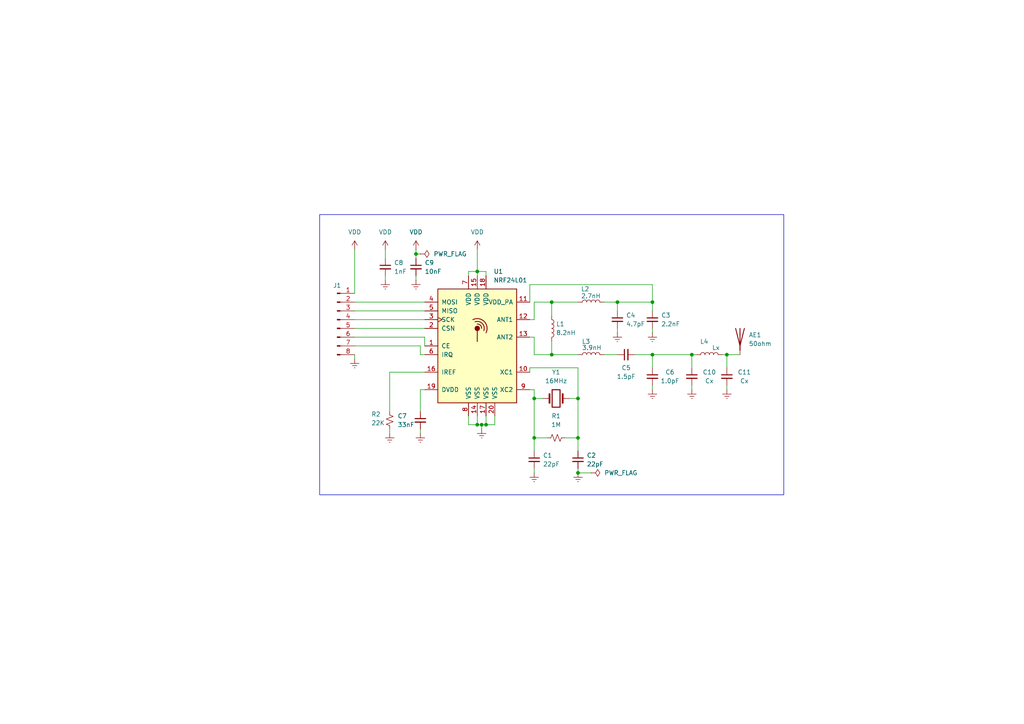
<source format=kicad_sch>
(kicad_sch
	(version 20231120)
	(generator "eeschema")
	(generator_version "8.0")
	(uuid "73e45e20-0ccd-4687-bbf4-29ea668403ff")
	(paper "A4")
	(lib_symbols
		(symbol "Connector:Conn_01x08_Pin"
			(pin_names
				(offset 1.016) hide)
			(exclude_from_sim no)
			(in_bom yes)
			(on_board yes)
			(property "Reference" "J"
				(at 0 10.16 0)
				(effects
					(font
						(size 1.27 1.27)
					)
				)
			)
			(property "Value" "Conn_01x08_Pin"
				(at 0 -12.7 0)
				(effects
					(font
						(size 1.27 1.27)
					)
				)
			)
			(property "Footprint" ""
				(at 0 0 0)
				(effects
					(font
						(size 1.27 1.27)
					)
					(hide yes)
				)
			)
			(property "Datasheet" "~"
				(at 0 0 0)
				(effects
					(font
						(size 1.27 1.27)
					)
					(hide yes)
				)
			)
			(property "Description" "Generic connector, single row, 01x08, script generated"
				(at 0 0 0)
				(effects
					(font
						(size 1.27 1.27)
					)
					(hide yes)
				)
			)
			(property "ki_locked" ""
				(at 0 0 0)
				(effects
					(font
						(size 1.27 1.27)
					)
				)
			)
			(property "ki_keywords" "connector"
				(at 0 0 0)
				(effects
					(font
						(size 1.27 1.27)
					)
					(hide yes)
				)
			)
			(property "ki_fp_filters" "Connector*:*_1x??_*"
				(at 0 0 0)
				(effects
					(font
						(size 1.27 1.27)
					)
					(hide yes)
				)
			)
			(symbol "Conn_01x08_Pin_1_1"
				(polyline
					(pts
						(xy 1.27 -10.16) (xy 0.8636 -10.16)
					)
					(stroke
						(width 0.1524)
						(type default)
					)
					(fill
						(type none)
					)
				)
				(polyline
					(pts
						(xy 1.27 -7.62) (xy 0.8636 -7.62)
					)
					(stroke
						(width 0.1524)
						(type default)
					)
					(fill
						(type none)
					)
				)
				(polyline
					(pts
						(xy 1.27 -5.08) (xy 0.8636 -5.08)
					)
					(stroke
						(width 0.1524)
						(type default)
					)
					(fill
						(type none)
					)
				)
				(polyline
					(pts
						(xy 1.27 -2.54) (xy 0.8636 -2.54)
					)
					(stroke
						(width 0.1524)
						(type default)
					)
					(fill
						(type none)
					)
				)
				(polyline
					(pts
						(xy 1.27 0) (xy 0.8636 0)
					)
					(stroke
						(width 0.1524)
						(type default)
					)
					(fill
						(type none)
					)
				)
				(polyline
					(pts
						(xy 1.27 2.54) (xy 0.8636 2.54)
					)
					(stroke
						(width 0.1524)
						(type default)
					)
					(fill
						(type none)
					)
				)
				(polyline
					(pts
						(xy 1.27 5.08) (xy 0.8636 5.08)
					)
					(stroke
						(width 0.1524)
						(type default)
					)
					(fill
						(type none)
					)
				)
				(polyline
					(pts
						(xy 1.27 7.62) (xy 0.8636 7.62)
					)
					(stroke
						(width 0.1524)
						(type default)
					)
					(fill
						(type none)
					)
				)
				(rectangle
					(start 0.8636 -10.033)
					(end 0 -10.287)
					(stroke
						(width 0.1524)
						(type default)
					)
					(fill
						(type outline)
					)
				)
				(rectangle
					(start 0.8636 -7.493)
					(end 0 -7.747)
					(stroke
						(width 0.1524)
						(type default)
					)
					(fill
						(type outline)
					)
				)
				(rectangle
					(start 0.8636 -4.953)
					(end 0 -5.207)
					(stroke
						(width 0.1524)
						(type default)
					)
					(fill
						(type outline)
					)
				)
				(rectangle
					(start 0.8636 -2.413)
					(end 0 -2.667)
					(stroke
						(width 0.1524)
						(type default)
					)
					(fill
						(type outline)
					)
				)
				(rectangle
					(start 0.8636 0.127)
					(end 0 -0.127)
					(stroke
						(width 0.1524)
						(type default)
					)
					(fill
						(type outline)
					)
				)
				(rectangle
					(start 0.8636 2.667)
					(end 0 2.413)
					(stroke
						(width 0.1524)
						(type default)
					)
					(fill
						(type outline)
					)
				)
				(rectangle
					(start 0.8636 5.207)
					(end 0 4.953)
					(stroke
						(width 0.1524)
						(type default)
					)
					(fill
						(type outline)
					)
				)
				(rectangle
					(start 0.8636 7.747)
					(end 0 7.493)
					(stroke
						(width 0.1524)
						(type default)
					)
					(fill
						(type outline)
					)
				)
				(pin passive line
					(at 5.08 7.62 180)
					(length 3.81)
					(name "Pin_1"
						(effects
							(font
								(size 1.27 1.27)
							)
						)
					)
					(number "1"
						(effects
							(font
								(size 1.27 1.27)
							)
						)
					)
				)
				(pin passive line
					(at 5.08 5.08 180)
					(length 3.81)
					(name "Pin_2"
						(effects
							(font
								(size 1.27 1.27)
							)
						)
					)
					(number "2"
						(effects
							(font
								(size 1.27 1.27)
							)
						)
					)
				)
				(pin passive line
					(at 5.08 2.54 180)
					(length 3.81)
					(name "Pin_3"
						(effects
							(font
								(size 1.27 1.27)
							)
						)
					)
					(number "3"
						(effects
							(font
								(size 1.27 1.27)
							)
						)
					)
				)
				(pin passive line
					(at 5.08 0 180)
					(length 3.81)
					(name "Pin_4"
						(effects
							(font
								(size 1.27 1.27)
							)
						)
					)
					(number "4"
						(effects
							(font
								(size 1.27 1.27)
							)
						)
					)
				)
				(pin passive line
					(at 5.08 -2.54 180)
					(length 3.81)
					(name "Pin_5"
						(effects
							(font
								(size 1.27 1.27)
							)
						)
					)
					(number "5"
						(effects
							(font
								(size 1.27 1.27)
							)
						)
					)
				)
				(pin passive line
					(at 5.08 -5.08 180)
					(length 3.81)
					(name "Pin_6"
						(effects
							(font
								(size 1.27 1.27)
							)
						)
					)
					(number "6"
						(effects
							(font
								(size 1.27 1.27)
							)
						)
					)
				)
				(pin passive line
					(at 5.08 -7.62 180)
					(length 3.81)
					(name "Pin_7"
						(effects
							(font
								(size 1.27 1.27)
							)
						)
					)
					(number "7"
						(effects
							(font
								(size 1.27 1.27)
							)
						)
					)
				)
				(pin passive line
					(at 5.08 -10.16 180)
					(length 3.81)
					(name "Pin_8"
						(effects
							(font
								(size 1.27 1.27)
							)
						)
					)
					(number "8"
						(effects
							(font
								(size 1.27 1.27)
							)
						)
					)
				)
			)
		)
		(symbol "Device:Antenna"
			(pin_numbers hide)
			(pin_names
				(offset 1.016) hide)
			(exclude_from_sim no)
			(in_bom yes)
			(on_board yes)
			(property "Reference" "AE"
				(at -1.905 1.905 0)
				(effects
					(font
						(size 1.27 1.27)
					)
					(justify right)
				)
			)
			(property "Value" "Antenna"
				(at -1.905 0 0)
				(effects
					(font
						(size 1.27 1.27)
					)
					(justify right)
				)
			)
			(property "Footprint" ""
				(at 0 0 0)
				(effects
					(font
						(size 1.27 1.27)
					)
					(hide yes)
				)
			)
			(property "Datasheet" "~"
				(at 0 0 0)
				(effects
					(font
						(size 1.27 1.27)
					)
					(hide yes)
				)
			)
			(property "Description" "Antenna"
				(at 0 0 0)
				(effects
					(font
						(size 1.27 1.27)
					)
					(hide yes)
				)
			)
			(property "ki_keywords" "antenna"
				(at 0 0 0)
				(effects
					(font
						(size 1.27 1.27)
					)
					(hide yes)
				)
			)
			(symbol "Antenna_0_1"
				(polyline
					(pts
						(xy 0 2.54) (xy 0 -3.81)
					)
					(stroke
						(width 0.254)
						(type default)
					)
					(fill
						(type none)
					)
				)
				(polyline
					(pts
						(xy 1.27 2.54) (xy 0 -2.54) (xy -1.27 2.54)
					)
					(stroke
						(width 0.254)
						(type default)
					)
					(fill
						(type none)
					)
				)
			)
			(symbol "Antenna_1_1"
				(pin input line
					(at 0 -5.08 90)
					(length 2.54)
					(name "A"
						(effects
							(font
								(size 1.27 1.27)
							)
						)
					)
					(number "1"
						(effects
							(font
								(size 1.27 1.27)
							)
						)
					)
				)
			)
		)
		(symbol "Device:C_Small"
			(pin_numbers hide)
			(pin_names
				(offset 0.254) hide)
			(exclude_from_sim no)
			(in_bom yes)
			(on_board yes)
			(property "Reference" "C"
				(at 0.254 1.778 0)
				(effects
					(font
						(size 1.27 1.27)
					)
					(justify left)
				)
			)
			(property "Value" "C_Small"
				(at 0.254 -2.032 0)
				(effects
					(font
						(size 1.27 1.27)
					)
					(justify left)
				)
			)
			(property "Footprint" ""
				(at 0 0 0)
				(effects
					(font
						(size 1.27 1.27)
					)
					(hide yes)
				)
			)
			(property "Datasheet" "~"
				(at 0 0 0)
				(effects
					(font
						(size 1.27 1.27)
					)
					(hide yes)
				)
			)
			(property "Description" "Unpolarized capacitor, small symbol"
				(at 0 0 0)
				(effects
					(font
						(size 1.27 1.27)
					)
					(hide yes)
				)
			)
			(property "ki_keywords" "capacitor cap"
				(at 0 0 0)
				(effects
					(font
						(size 1.27 1.27)
					)
					(hide yes)
				)
			)
			(property "ki_fp_filters" "C_*"
				(at 0 0 0)
				(effects
					(font
						(size 1.27 1.27)
					)
					(hide yes)
				)
			)
			(symbol "C_Small_0_1"
				(polyline
					(pts
						(xy -1.524 -0.508) (xy 1.524 -0.508)
					)
					(stroke
						(width 0.3302)
						(type default)
					)
					(fill
						(type none)
					)
				)
				(polyline
					(pts
						(xy -1.524 0.508) (xy 1.524 0.508)
					)
					(stroke
						(width 0.3048)
						(type default)
					)
					(fill
						(type none)
					)
				)
			)
			(symbol "C_Small_1_1"
				(pin passive line
					(at 0 2.54 270)
					(length 2.032)
					(name "~"
						(effects
							(font
								(size 1.27 1.27)
							)
						)
					)
					(number "1"
						(effects
							(font
								(size 1.27 1.27)
							)
						)
					)
				)
				(pin passive line
					(at 0 -2.54 90)
					(length 2.032)
					(name "~"
						(effects
							(font
								(size 1.27 1.27)
							)
						)
					)
					(number "2"
						(effects
							(font
								(size 1.27 1.27)
							)
						)
					)
				)
			)
		)
		(symbol "Device:Crystal"
			(pin_numbers hide)
			(pin_names
				(offset 1.016) hide)
			(exclude_from_sim no)
			(in_bom yes)
			(on_board yes)
			(property "Reference" "Y"
				(at 0 3.81 0)
				(effects
					(font
						(size 1.27 1.27)
					)
				)
			)
			(property "Value" "Crystal"
				(at 0 -3.81 0)
				(effects
					(font
						(size 1.27 1.27)
					)
				)
			)
			(property "Footprint" ""
				(at 0 0 0)
				(effects
					(font
						(size 1.27 1.27)
					)
					(hide yes)
				)
			)
			(property "Datasheet" "~"
				(at 0 0 0)
				(effects
					(font
						(size 1.27 1.27)
					)
					(hide yes)
				)
			)
			(property "Description" "Two pin crystal"
				(at 0 0 0)
				(effects
					(font
						(size 1.27 1.27)
					)
					(hide yes)
				)
			)
			(property "ki_keywords" "quartz ceramic resonator oscillator"
				(at 0 0 0)
				(effects
					(font
						(size 1.27 1.27)
					)
					(hide yes)
				)
			)
			(property "ki_fp_filters" "Crystal*"
				(at 0 0 0)
				(effects
					(font
						(size 1.27 1.27)
					)
					(hide yes)
				)
			)
			(symbol "Crystal_0_1"
				(rectangle
					(start -1.143 2.54)
					(end 1.143 -2.54)
					(stroke
						(width 0.3048)
						(type default)
					)
					(fill
						(type none)
					)
				)
				(polyline
					(pts
						(xy -2.54 0) (xy -1.905 0)
					)
					(stroke
						(width 0)
						(type default)
					)
					(fill
						(type none)
					)
				)
				(polyline
					(pts
						(xy -1.905 -1.27) (xy -1.905 1.27)
					)
					(stroke
						(width 0.508)
						(type default)
					)
					(fill
						(type none)
					)
				)
				(polyline
					(pts
						(xy 1.905 -1.27) (xy 1.905 1.27)
					)
					(stroke
						(width 0.508)
						(type default)
					)
					(fill
						(type none)
					)
				)
				(polyline
					(pts
						(xy 2.54 0) (xy 1.905 0)
					)
					(stroke
						(width 0)
						(type default)
					)
					(fill
						(type none)
					)
				)
			)
			(symbol "Crystal_1_1"
				(pin passive line
					(at -3.81 0 0)
					(length 1.27)
					(name "1"
						(effects
							(font
								(size 1.27 1.27)
							)
						)
					)
					(number "1"
						(effects
							(font
								(size 1.27 1.27)
							)
						)
					)
				)
				(pin passive line
					(at 3.81 0 180)
					(length 1.27)
					(name "2"
						(effects
							(font
								(size 1.27 1.27)
							)
						)
					)
					(number "2"
						(effects
							(font
								(size 1.27 1.27)
							)
						)
					)
				)
			)
		)
		(symbol "Device:L"
			(pin_numbers hide)
			(pin_names
				(offset 1.016) hide)
			(exclude_from_sim no)
			(in_bom yes)
			(on_board yes)
			(property "Reference" "L"
				(at -1.27 0 90)
				(effects
					(font
						(size 1.27 1.27)
					)
				)
			)
			(property "Value" "L"
				(at 1.905 0 90)
				(effects
					(font
						(size 1.27 1.27)
					)
				)
			)
			(property "Footprint" ""
				(at 0 0 0)
				(effects
					(font
						(size 1.27 1.27)
					)
					(hide yes)
				)
			)
			(property "Datasheet" "~"
				(at 0 0 0)
				(effects
					(font
						(size 1.27 1.27)
					)
					(hide yes)
				)
			)
			(property "Description" "Inductor"
				(at 0 0 0)
				(effects
					(font
						(size 1.27 1.27)
					)
					(hide yes)
				)
			)
			(property "ki_keywords" "inductor choke coil reactor magnetic"
				(at 0 0 0)
				(effects
					(font
						(size 1.27 1.27)
					)
					(hide yes)
				)
			)
			(property "ki_fp_filters" "Choke_* *Coil* Inductor_* L_*"
				(at 0 0 0)
				(effects
					(font
						(size 1.27 1.27)
					)
					(hide yes)
				)
			)
			(symbol "L_0_1"
				(arc
					(start 0 -2.54)
					(mid 0.6323 -1.905)
					(end 0 -1.27)
					(stroke
						(width 0)
						(type default)
					)
					(fill
						(type none)
					)
				)
				(arc
					(start 0 -1.27)
					(mid 0.6323 -0.635)
					(end 0 0)
					(stroke
						(width 0)
						(type default)
					)
					(fill
						(type none)
					)
				)
				(arc
					(start 0 0)
					(mid 0.6323 0.635)
					(end 0 1.27)
					(stroke
						(width 0)
						(type default)
					)
					(fill
						(type none)
					)
				)
				(arc
					(start 0 1.27)
					(mid 0.6323 1.905)
					(end 0 2.54)
					(stroke
						(width 0)
						(type default)
					)
					(fill
						(type none)
					)
				)
			)
			(symbol "L_1_1"
				(pin passive line
					(at 0 3.81 270)
					(length 1.27)
					(name "1"
						(effects
							(font
								(size 1.27 1.27)
							)
						)
					)
					(number "1"
						(effects
							(font
								(size 1.27 1.27)
							)
						)
					)
				)
				(pin passive line
					(at 0 -3.81 90)
					(length 1.27)
					(name "2"
						(effects
							(font
								(size 1.27 1.27)
							)
						)
					)
					(number "2"
						(effects
							(font
								(size 1.27 1.27)
							)
						)
					)
				)
			)
		)
		(symbol "Device:R_Small_US"
			(pin_numbers hide)
			(pin_names
				(offset 0.254) hide)
			(exclude_from_sim no)
			(in_bom yes)
			(on_board yes)
			(property "Reference" "R"
				(at 0.762 0.508 0)
				(effects
					(font
						(size 1.27 1.27)
					)
					(justify left)
				)
			)
			(property "Value" "R_Small_US"
				(at 0.762 -1.016 0)
				(effects
					(font
						(size 1.27 1.27)
					)
					(justify left)
				)
			)
			(property "Footprint" ""
				(at 0 0 0)
				(effects
					(font
						(size 1.27 1.27)
					)
					(hide yes)
				)
			)
			(property "Datasheet" "~"
				(at 0 0 0)
				(effects
					(font
						(size 1.27 1.27)
					)
					(hide yes)
				)
			)
			(property "Description" "Resistor, small US symbol"
				(at 0 0 0)
				(effects
					(font
						(size 1.27 1.27)
					)
					(hide yes)
				)
			)
			(property "ki_keywords" "r resistor"
				(at 0 0 0)
				(effects
					(font
						(size 1.27 1.27)
					)
					(hide yes)
				)
			)
			(property "ki_fp_filters" "R_*"
				(at 0 0 0)
				(effects
					(font
						(size 1.27 1.27)
					)
					(hide yes)
				)
			)
			(symbol "R_Small_US_1_1"
				(polyline
					(pts
						(xy 0 0) (xy 1.016 -0.381) (xy 0 -0.762) (xy -1.016 -1.143) (xy 0 -1.524)
					)
					(stroke
						(width 0)
						(type default)
					)
					(fill
						(type none)
					)
				)
				(polyline
					(pts
						(xy 0 1.524) (xy 1.016 1.143) (xy 0 0.762) (xy -1.016 0.381) (xy 0 0)
					)
					(stroke
						(width 0)
						(type default)
					)
					(fill
						(type none)
					)
				)
				(pin passive line
					(at 0 2.54 270)
					(length 1.016)
					(name "~"
						(effects
							(font
								(size 1.27 1.27)
							)
						)
					)
					(number "1"
						(effects
							(font
								(size 1.27 1.27)
							)
						)
					)
				)
				(pin passive line
					(at 0 -2.54 90)
					(length 1.016)
					(name "~"
						(effects
							(font
								(size 1.27 1.27)
							)
						)
					)
					(number "2"
						(effects
							(font
								(size 1.27 1.27)
							)
						)
					)
				)
			)
		)
		(symbol "RF:NRF24L01"
			(pin_names
				(offset 1.016)
			)
			(exclude_from_sim no)
			(in_bom yes)
			(on_board yes)
			(property "Reference" "U"
				(at -11.43 17.78 0)
				(effects
					(font
						(size 1.27 1.27)
					)
					(justify left)
				)
			)
			(property "Value" "NRF24L01"
				(at 5.08 17.78 0)
				(effects
					(font
						(size 1.27 1.27)
					)
					(justify left)
				)
			)
			(property "Footprint" "Package_DFN_QFN:QFN-20-1EP_4x4mm_P0.5mm_EP2.5x2.5mm"
				(at 5.08 20.32 0)
				(effects
					(font
						(size 1.27 1.27)
						(italic yes)
					)
					(justify left)
					(hide yes)
				)
			)
			(property "Datasheet" "http://www.nordicsemi.com/eng/content/download/2730/34105/file/nRF24L01_Product_Specification_v2_0.pdf"
				(at 0 2.54 0)
				(effects
					(font
						(size 1.27 1.27)
					)
					(hide yes)
				)
			)
			(property "Description" "Ultra low power 2.4GHz RF Transceiver, QFN-20"
				(at 0 0 0)
				(effects
					(font
						(size 1.27 1.27)
					)
					(hide yes)
				)
			)
			(property "ki_keywords" "Low Power RF Transceiver"
				(at 0 0 0)
				(effects
					(font
						(size 1.27 1.27)
					)
					(hide yes)
				)
			)
			(property "ki_fp_filters" "QFN*4x4*0.5mm*"
				(at 0 0 0)
				(effects
					(font
						(size 1.27 1.27)
					)
					(hide yes)
				)
			)
			(symbol "NRF24L01_0_1"
				(rectangle
					(start -11.43 16.51)
					(end 11.43 -16.51)
					(stroke
						(width 0.254)
						(type default)
					)
					(fill
						(type background)
					)
				)
				(polyline
					(pts
						(xy 0 4.445) (xy 0 1.27)
					)
					(stroke
						(width 0.254)
						(type default)
					)
					(fill
						(type none)
					)
				)
				(circle
					(center 0 5.08)
					(radius 0.635)
					(stroke
						(width 0.254)
						(type default)
					)
					(fill
						(type outline)
					)
				)
				(arc
					(start 1.27 5.08)
					(mid 0.9071 5.9946)
					(end 0 6.35)
					(stroke
						(width 0.254)
						(type default)
					)
					(fill
						(type none)
					)
				)
				(arc
					(start 1.905 4.445)
					(mid 1.4313 6.5254)
					(end -0.635 6.985)
					(stroke
						(width 0.254)
						(type default)
					)
					(fill
						(type none)
					)
				)
				(arc
					(start 2.54 3.81)
					(mid 2.008 7.088)
					(end -1.27 7.62)
					(stroke
						(width 0.254)
						(type default)
					)
					(fill
						(type none)
					)
				)
				(rectangle
					(start 11.43 -13.97)
					(end 11.43 -13.97)
					(stroke
						(width 0)
						(type default)
					)
					(fill
						(type none)
					)
				)
			)
			(symbol "NRF24L01_1_1"
				(pin input line
					(at -15.24 0 0)
					(length 3.81)
					(name "CE"
						(effects
							(font
								(size 1.27 1.27)
							)
						)
					)
					(number "1"
						(effects
							(font
								(size 1.27 1.27)
							)
						)
					)
				)
				(pin passive line
					(at 15.24 -7.62 180)
					(length 3.81)
					(name "XC1"
						(effects
							(font
								(size 1.27 1.27)
							)
						)
					)
					(number "10"
						(effects
							(font
								(size 1.27 1.27)
							)
						)
					)
				)
				(pin power_out line
					(at 15.24 12.7 180)
					(length 3.81)
					(name "VDD_PA"
						(effects
							(font
								(size 1.27 1.27)
							)
						)
					)
					(number "11"
						(effects
							(font
								(size 1.27 1.27)
							)
						)
					)
				)
				(pin passive line
					(at 15.24 7.62 180)
					(length 3.81)
					(name "ANT1"
						(effects
							(font
								(size 1.27 1.27)
							)
						)
					)
					(number "12"
						(effects
							(font
								(size 1.27 1.27)
							)
						)
					)
				)
				(pin passive line
					(at 15.24 2.54 180)
					(length 3.81)
					(name "ANT2"
						(effects
							(font
								(size 1.27 1.27)
							)
						)
					)
					(number "13"
						(effects
							(font
								(size 1.27 1.27)
							)
						)
					)
				)
				(pin power_in line
					(at 0 -20.32 90)
					(length 3.81)
					(name "VSS"
						(effects
							(font
								(size 1.27 1.27)
							)
						)
					)
					(number "14"
						(effects
							(font
								(size 1.27 1.27)
							)
						)
					)
				)
				(pin power_in line
					(at 0 20.32 270)
					(length 3.81)
					(name "VDD"
						(effects
							(font
								(size 1.27 1.27)
							)
						)
					)
					(number "15"
						(effects
							(font
								(size 1.27 1.27)
							)
						)
					)
				)
				(pin passive line
					(at -15.24 -7.62 0)
					(length 3.81)
					(name "IREF"
						(effects
							(font
								(size 1.27 1.27)
							)
						)
					)
					(number "16"
						(effects
							(font
								(size 1.27 1.27)
							)
						)
					)
				)
				(pin power_in line
					(at 2.54 -20.32 90)
					(length 3.81)
					(name "VSS"
						(effects
							(font
								(size 1.27 1.27)
							)
						)
					)
					(number "17"
						(effects
							(font
								(size 1.27 1.27)
							)
						)
					)
				)
				(pin power_in line
					(at 2.54 20.32 270)
					(length 3.81)
					(name "VDD"
						(effects
							(font
								(size 1.27 1.27)
							)
						)
					)
					(number "18"
						(effects
							(font
								(size 1.27 1.27)
							)
						)
					)
				)
				(pin power_out line
					(at -15.24 -12.7 0)
					(length 3.81)
					(name "DVDD"
						(effects
							(font
								(size 1.27 1.27)
							)
						)
					)
					(number "19"
						(effects
							(font
								(size 1.27 1.27)
							)
						)
					)
				)
				(pin input line
					(at -15.24 5.08 0)
					(length 3.81)
					(name "CSN"
						(effects
							(font
								(size 1.27 1.27)
							)
						)
					)
					(number "2"
						(effects
							(font
								(size 1.27 1.27)
							)
						)
					)
				)
				(pin power_in line
					(at 5.08 -20.32 90)
					(length 3.81)
					(name "VSS"
						(effects
							(font
								(size 1.27 1.27)
							)
						)
					)
					(number "20"
						(effects
							(font
								(size 1.27 1.27)
							)
						)
					)
				)
				(pin input clock
					(at -15.24 7.62 0)
					(length 3.81)
					(name "SCK"
						(effects
							(font
								(size 1.27 1.27)
							)
						)
					)
					(number "3"
						(effects
							(font
								(size 1.27 1.27)
							)
						)
					)
				)
				(pin input line
					(at -15.24 12.7 0)
					(length 3.81)
					(name "MOSI"
						(effects
							(font
								(size 1.27 1.27)
							)
						)
					)
					(number "4"
						(effects
							(font
								(size 1.27 1.27)
							)
						)
					)
				)
				(pin output line
					(at -15.24 10.16 0)
					(length 3.81)
					(name "MISO"
						(effects
							(font
								(size 1.27 1.27)
							)
						)
					)
					(number "5"
						(effects
							(font
								(size 1.27 1.27)
							)
						)
					)
				)
				(pin output line
					(at -15.24 -2.54 0)
					(length 3.81)
					(name "IRQ"
						(effects
							(font
								(size 1.27 1.27)
							)
						)
					)
					(number "6"
						(effects
							(font
								(size 1.27 1.27)
							)
						)
					)
				)
				(pin power_in line
					(at -2.54 20.32 270)
					(length 3.81)
					(name "VDD"
						(effects
							(font
								(size 1.27 1.27)
							)
						)
					)
					(number "7"
						(effects
							(font
								(size 1.27 1.27)
							)
						)
					)
				)
				(pin power_in line
					(at -2.54 -20.32 90)
					(length 3.81)
					(name "VSS"
						(effects
							(font
								(size 1.27 1.27)
							)
						)
					)
					(number "8"
						(effects
							(font
								(size 1.27 1.27)
							)
						)
					)
				)
				(pin passive line
					(at 15.24 -12.7 180)
					(length 3.81)
					(name "XC2"
						(effects
							(font
								(size 1.27 1.27)
							)
						)
					)
					(number "9"
						(effects
							(font
								(size 1.27 1.27)
							)
						)
					)
				)
			)
		)
		(symbol "power:GNDREF"
			(power)
			(pin_numbers hide)
			(pin_names
				(offset 0) hide)
			(exclude_from_sim no)
			(in_bom yes)
			(on_board yes)
			(property "Reference" "#PWR"
				(at 0 -6.35 0)
				(effects
					(font
						(size 1.27 1.27)
					)
					(hide yes)
				)
			)
			(property "Value" "GNDREF"
				(at 0 -3.81 0)
				(effects
					(font
						(size 1.27 1.27)
					)
				)
			)
			(property "Footprint" ""
				(at 0 0 0)
				(effects
					(font
						(size 1.27 1.27)
					)
					(hide yes)
				)
			)
			(property "Datasheet" ""
				(at 0 0 0)
				(effects
					(font
						(size 1.27 1.27)
					)
					(hide yes)
				)
			)
			(property "Description" "Power symbol creates a global label with name \"GNDREF\" , reference supply ground"
				(at 0 0 0)
				(effects
					(font
						(size 1.27 1.27)
					)
					(hide yes)
				)
			)
			(property "ki_keywords" "global power"
				(at 0 0 0)
				(effects
					(font
						(size 1.27 1.27)
					)
					(hide yes)
				)
			)
			(symbol "GNDREF_0_1"
				(polyline
					(pts
						(xy -0.635 -1.905) (xy 0.635 -1.905)
					)
					(stroke
						(width 0)
						(type default)
					)
					(fill
						(type none)
					)
				)
				(polyline
					(pts
						(xy -0.127 -2.54) (xy 0.127 -2.54)
					)
					(stroke
						(width 0)
						(type default)
					)
					(fill
						(type none)
					)
				)
				(polyline
					(pts
						(xy 0 -1.27) (xy 0 0)
					)
					(stroke
						(width 0)
						(type default)
					)
					(fill
						(type none)
					)
				)
				(polyline
					(pts
						(xy 1.27 -1.27) (xy -1.27 -1.27)
					)
					(stroke
						(width 0)
						(type default)
					)
					(fill
						(type none)
					)
				)
			)
			(symbol "GNDREF_1_1"
				(pin power_in line
					(at 0 0 270)
					(length 0)
					(name "~"
						(effects
							(font
								(size 1.27 1.27)
							)
						)
					)
					(number "1"
						(effects
							(font
								(size 1.27 1.27)
							)
						)
					)
				)
			)
		)
		(symbol "power:PWR_FLAG"
			(power)
			(pin_numbers hide)
			(pin_names
				(offset 0) hide)
			(exclude_from_sim no)
			(in_bom yes)
			(on_board yes)
			(property "Reference" "#FLG"
				(at 0 1.905 0)
				(effects
					(font
						(size 1.27 1.27)
					)
					(hide yes)
				)
			)
			(property "Value" "PWR_FLAG"
				(at 0 3.81 0)
				(effects
					(font
						(size 1.27 1.27)
					)
				)
			)
			(property "Footprint" ""
				(at 0 0 0)
				(effects
					(font
						(size 1.27 1.27)
					)
					(hide yes)
				)
			)
			(property "Datasheet" "~"
				(at 0 0 0)
				(effects
					(font
						(size 1.27 1.27)
					)
					(hide yes)
				)
			)
			(property "Description" "Special symbol for telling ERC where power comes from"
				(at 0 0 0)
				(effects
					(font
						(size 1.27 1.27)
					)
					(hide yes)
				)
			)
			(property "ki_keywords" "flag power"
				(at 0 0 0)
				(effects
					(font
						(size 1.27 1.27)
					)
					(hide yes)
				)
			)
			(symbol "PWR_FLAG_0_0"
				(pin power_out line
					(at 0 0 90)
					(length 0)
					(name "~"
						(effects
							(font
								(size 1.27 1.27)
							)
						)
					)
					(number "1"
						(effects
							(font
								(size 1.27 1.27)
							)
						)
					)
				)
			)
			(symbol "PWR_FLAG_0_1"
				(polyline
					(pts
						(xy 0 0) (xy 0 1.27) (xy -1.016 1.905) (xy 0 2.54) (xy 1.016 1.905) (xy 0 1.27)
					)
					(stroke
						(width 0)
						(type default)
					)
					(fill
						(type none)
					)
				)
			)
		)
		(symbol "power:VDD"
			(power)
			(pin_numbers hide)
			(pin_names
				(offset 0) hide)
			(exclude_from_sim no)
			(in_bom yes)
			(on_board yes)
			(property "Reference" "#PWR"
				(at 0 -3.81 0)
				(effects
					(font
						(size 1.27 1.27)
					)
					(hide yes)
				)
			)
			(property "Value" "VDD"
				(at 0 3.556 0)
				(effects
					(font
						(size 1.27 1.27)
					)
				)
			)
			(property "Footprint" ""
				(at 0 0 0)
				(effects
					(font
						(size 1.27 1.27)
					)
					(hide yes)
				)
			)
			(property "Datasheet" ""
				(at 0 0 0)
				(effects
					(font
						(size 1.27 1.27)
					)
					(hide yes)
				)
			)
			(property "Description" "Power symbol creates a global label with name \"VDD\""
				(at 0 0 0)
				(effects
					(font
						(size 1.27 1.27)
					)
					(hide yes)
				)
			)
			(property "ki_keywords" "global power"
				(at 0 0 0)
				(effects
					(font
						(size 1.27 1.27)
					)
					(hide yes)
				)
			)
			(symbol "VDD_0_1"
				(polyline
					(pts
						(xy -0.762 1.27) (xy 0 2.54)
					)
					(stroke
						(width 0)
						(type default)
					)
					(fill
						(type none)
					)
				)
				(polyline
					(pts
						(xy 0 0) (xy 0 2.54)
					)
					(stroke
						(width 0)
						(type default)
					)
					(fill
						(type none)
					)
				)
				(polyline
					(pts
						(xy 0 2.54) (xy 0.762 1.27)
					)
					(stroke
						(width 0)
						(type default)
					)
					(fill
						(type none)
					)
				)
			)
			(symbol "VDD_1_1"
				(pin power_in line
					(at 0 0 90)
					(length 0)
					(name "~"
						(effects
							(font
								(size 1.27 1.27)
							)
						)
					)
					(number "1"
						(effects
							(font
								(size 1.27 1.27)
							)
						)
					)
				)
			)
		)
	)
	(junction
		(at 154.94 127)
		(diameter 0)
		(color 0 0 0 0)
		(uuid "1edc2e53-f1d3-49fa-a285-2317c09b85c3")
	)
	(junction
		(at 210.82 102.87)
		(diameter 0)
		(color 0 0 0 0)
		(uuid "2c9fcb48-0395-4267-bb85-d28981c166f0")
	)
	(junction
		(at 160.02 87.63)
		(diameter 0)
		(color 0 0 0 0)
		(uuid "2f9bfac0-4016-408a-9ff3-d8e55cb72997")
	)
	(junction
		(at 189.23 102.87)
		(diameter 0)
		(color 0 0 0 0)
		(uuid "406386ec-25ef-49ef-a596-71e09080bb8e")
	)
	(junction
		(at 120.65 73.66)
		(diameter 0)
		(color 0 0 0 0)
		(uuid "7f816be4-4fd9-46d5-9901-106400170d22")
	)
	(junction
		(at 160.02 102.87)
		(diameter 0)
		(color 0 0 0 0)
		(uuid "83d47a97-30a1-447e-8b0c-d4c050caa3a2")
	)
	(junction
		(at 167.64 127)
		(diameter 0)
		(color 0 0 0 0)
		(uuid "8681ee48-a99c-47e1-a14b-8a93282e31e4")
	)
	(junction
		(at 179.07 87.63)
		(diameter 0)
		(color 0 0 0 0)
		(uuid "86f2f497-e298-42fd-becd-494a47aa6a36")
	)
	(junction
		(at 189.23 87.63)
		(diameter 0)
		(color 0 0 0 0)
		(uuid "98e20729-4ea2-431b-846d-6ca02ac35499")
	)
	(junction
		(at 154.94 115.57)
		(diameter 0)
		(color 0 0 0 0)
		(uuid "99be5192-a7b0-4856-853a-e62ba1b25d3e")
	)
	(junction
		(at 140.97 123.19)
		(diameter 0)
		(color 0 0 0 0)
		(uuid "a05a0b46-9a10-4f14-942d-b9ab53192565")
	)
	(junction
		(at 167.64 137.16)
		(diameter 0)
		(color 0 0 0 0)
		(uuid "ab328821-a192-40e1-9010-cebb0737b39e")
	)
	(junction
		(at 138.43 78.74)
		(diameter 0)
		(color 0 0 0 0)
		(uuid "b7b450d8-35a4-4ad2-9285-afdf4b67ddef")
	)
	(junction
		(at 167.64 115.57)
		(diameter 0)
		(color 0 0 0 0)
		(uuid "c146470f-c003-4def-b398-28147a5d185a")
	)
	(junction
		(at 139.7 123.19)
		(diameter 0)
		(color 0 0 0 0)
		(uuid "c97c562c-c641-4905-8386-ec666cf835a7")
	)
	(junction
		(at 200.66 102.87)
		(diameter 0)
		(color 0 0 0 0)
		(uuid "d120a369-0df3-4ae4-8ce8-8c8abd0f8bd9")
	)
	(junction
		(at 138.43 123.19)
		(diameter 0)
		(color 0 0 0 0)
		(uuid "fc400378-7653-4751-9550-99215bd04c01")
	)
	(wire
		(pts
			(xy 102.87 87.63) (xy 123.19 87.63)
		)
		(stroke
			(width 0)
			(type default)
		)
		(uuid "02de65f6-f911-498d-8c91-948002f3d0d0")
	)
	(wire
		(pts
			(xy 160.02 87.63) (xy 167.64 87.63)
		)
		(stroke
			(width 0)
			(type default)
		)
		(uuid "045d5731-6627-4b58-a4d4-e75148a52579")
	)
	(wire
		(pts
			(xy 189.23 113.03) (xy 189.23 111.76)
		)
		(stroke
			(width 0)
			(type default)
		)
		(uuid "076bb9ba-ce72-4593-b79f-2c98df8b306f")
	)
	(wire
		(pts
			(xy 102.87 95.25) (xy 123.19 95.25)
		)
		(stroke
			(width 0)
			(type default)
		)
		(uuid "09b5f4e6-846e-41f5-ae42-582940249dcf")
	)
	(wire
		(pts
			(xy 138.43 123.19) (xy 139.7 123.19)
		)
		(stroke
			(width 0)
			(type default)
		)
		(uuid "0a88230b-0adc-448c-914d-0b6e486b93a0")
	)
	(wire
		(pts
			(xy 121.92 73.66) (xy 120.65 73.66)
		)
		(stroke
			(width 0)
			(type default)
		)
		(uuid "0b7ae95c-f850-4fe5-babd-7cb781cd27ac")
	)
	(wire
		(pts
			(xy 154.94 115.57) (xy 154.94 127)
		)
		(stroke
			(width 0)
			(type default)
		)
		(uuid "109b0068-a97e-44f7-a070-8b260d562ac5")
	)
	(wire
		(pts
			(xy 163.83 127) (xy 167.64 127)
		)
		(stroke
			(width 0)
			(type default)
		)
		(uuid "147288bd-ee31-4368-9f75-d190c77e22e0")
	)
	(wire
		(pts
			(xy 154.94 127) (xy 158.75 127)
		)
		(stroke
			(width 0)
			(type default)
		)
		(uuid "179ba3ee-2413-46e1-9825-3daf52da3134")
	)
	(wire
		(pts
			(xy 135.89 80.01) (xy 135.89 78.74)
		)
		(stroke
			(width 0)
			(type default)
		)
		(uuid "1b2d13d3-d183-4196-ba6b-9168b187c583")
	)
	(wire
		(pts
			(xy 153.67 97.79) (xy 154.94 97.79)
		)
		(stroke
			(width 0)
			(type default)
		)
		(uuid "1fe08f5c-ac1b-4188-8af0-e5ffaaddd9b9")
	)
	(wire
		(pts
			(xy 157.48 115.57) (xy 154.94 115.57)
		)
		(stroke
			(width 0)
			(type default)
		)
		(uuid "2364fa80-1500-4eb9-8ae1-537f55026c0c")
	)
	(wire
		(pts
			(xy 189.23 96.52) (xy 189.23 95.25)
		)
		(stroke
			(width 0)
			(type default)
		)
		(uuid "256f5265-25af-4f40-8d95-541e95cfaaa9")
	)
	(wire
		(pts
			(xy 189.23 106.68) (xy 189.23 102.87)
		)
		(stroke
			(width 0)
			(type default)
		)
		(uuid "2ec04361-95fe-4476-914c-154349f82c65")
	)
	(wire
		(pts
			(xy 154.94 92.71) (xy 154.94 87.63)
		)
		(stroke
			(width 0)
			(type default)
		)
		(uuid "2f152b70-1f94-4b15-8b72-4040684c0f9b")
	)
	(wire
		(pts
			(xy 179.07 96.52) (xy 179.07 95.25)
		)
		(stroke
			(width 0)
			(type default)
		)
		(uuid "2f2fee02-4fb0-4a61-a863-8be438bb3a6a")
	)
	(wire
		(pts
			(xy 138.43 120.65) (xy 138.43 123.19)
		)
		(stroke
			(width 0)
			(type default)
		)
		(uuid "31e828cb-4bc9-4d93-aaa9-13b8b0c93f40")
	)
	(wire
		(pts
			(xy 138.43 78.74) (xy 138.43 80.01)
		)
		(stroke
			(width 0)
			(type default)
		)
		(uuid "34adc245-a01f-40ff-b88a-3c53d40cbb67")
	)
	(wire
		(pts
			(xy 138.43 72.39) (xy 138.43 78.74)
		)
		(stroke
			(width 0)
			(type default)
		)
		(uuid "361e46fc-6ed2-40e0-b7dc-f974dfab55cf")
	)
	(wire
		(pts
			(xy 210.82 102.87) (xy 209.55 102.87)
		)
		(stroke
			(width 0)
			(type default)
		)
		(uuid "376dcbc2-7573-4813-a403-2ad715dcddcc")
	)
	(wire
		(pts
			(xy 153.67 92.71) (xy 154.94 92.71)
		)
		(stroke
			(width 0)
			(type default)
		)
		(uuid "3d780a8e-84e5-4cae-b44e-acb3e0af651f")
	)
	(wire
		(pts
			(xy 154.94 102.87) (xy 160.02 102.87)
		)
		(stroke
			(width 0)
			(type default)
		)
		(uuid "3de4cbf0-6e56-4374-8b47-df5f46c1c89f")
	)
	(wire
		(pts
			(xy 120.65 81.28) (xy 120.65 80.01)
		)
		(stroke
			(width 0)
			(type default)
		)
		(uuid "4594589b-c27b-481c-8f25-78e30550ce95")
	)
	(wire
		(pts
			(xy 102.87 100.33) (xy 121.92 100.33)
		)
		(stroke
			(width 0)
			(type default)
		)
		(uuid "49320352-c545-46a6-9f11-b157abbce029")
	)
	(wire
		(pts
			(xy 167.64 127) (xy 167.64 130.81)
		)
		(stroke
			(width 0)
			(type default)
		)
		(uuid "4c5ee353-9d43-46d2-8ee3-3c761f834a97")
	)
	(wire
		(pts
			(xy 113.03 107.95) (xy 123.19 107.95)
		)
		(stroke
			(width 0)
			(type default)
		)
		(uuid "50905778-7791-4b73-b924-bfc9635ab013")
	)
	(wire
		(pts
			(xy 200.66 102.87) (xy 200.66 106.68)
		)
		(stroke
			(width 0)
			(type default)
		)
		(uuid "50e24107-d599-49b6-aec4-6cc005cfd16d")
	)
	(wire
		(pts
			(xy 135.89 123.19) (xy 138.43 123.19)
		)
		(stroke
			(width 0)
			(type default)
		)
		(uuid "51c22e04-3ced-4d2e-aa62-1854993f6159")
	)
	(wire
		(pts
			(xy 140.97 78.74) (xy 140.97 80.01)
		)
		(stroke
			(width 0)
			(type default)
		)
		(uuid "52cd0e33-9200-4077-a975-4209f85d02ea")
	)
	(wire
		(pts
			(xy 102.87 92.71) (xy 123.19 92.71)
		)
		(stroke
			(width 0)
			(type default)
		)
		(uuid "53696225-9a87-4ec0-a675-dcaf9bf42b43")
	)
	(wire
		(pts
			(xy 121.92 100.33) (xy 121.92 102.87)
		)
		(stroke
			(width 0)
			(type default)
		)
		(uuid "5639bce8-31eb-493d-825b-ad08ccaf551e")
	)
	(wire
		(pts
			(xy 160.02 99.06) (xy 160.02 102.87)
		)
		(stroke
			(width 0)
			(type default)
		)
		(uuid "60f36a83-25ee-4b37-9d22-566651d94aed")
	)
	(wire
		(pts
			(xy 160.02 102.87) (xy 167.64 102.87)
		)
		(stroke
			(width 0)
			(type default)
		)
		(uuid "6409c178-1505-4f52-90e7-ef4f5edb77e3")
	)
	(wire
		(pts
			(xy 179.07 87.63) (xy 189.23 87.63)
		)
		(stroke
			(width 0)
			(type default)
		)
		(uuid "671f1fef-0ceb-414a-b857-c4a198747f9f")
	)
	(wire
		(pts
			(xy 135.89 78.74) (xy 138.43 78.74)
		)
		(stroke
			(width 0)
			(type default)
		)
		(uuid "687374eb-2ca2-477e-bab0-b19c0e68e6be")
	)
	(wire
		(pts
			(xy 121.92 125.73) (xy 121.92 124.46)
		)
		(stroke
			(width 0)
			(type default)
		)
		(uuid "694b5336-94ec-4371-b03f-935db9c75cd1")
	)
	(wire
		(pts
			(xy 189.23 82.55) (xy 189.23 87.63)
		)
		(stroke
			(width 0)
			(type default)
		)
		(uuid "6b07f97b-0893-474e-befb-5de35ec38cec")
	)
	(wire
		(pts
			(xy 200.66 113.03) (xy 200.66 111.76)
		)
		(stroke
			(width 0)
			(type default)
		)
		(uuid "729a306d-8f26-438c-b711-da84edb0573f")
	)
	(wire
		(pts
			(xy 160.02 91.44) (xy 160.02 87.63)
		)
		(stroke
			(width 0)
			(type default)
		)
		(uuid "762b54ec-572f-40f3-897e-7ed0593d1a02")
	)
	(wire
		(pts
			(xy 121.92 113.03) (xy 121.92 119.38)
		)
		(stroke
			(width 0)
			(type default)
		)
		(uuid "77309bd0-a819-4e61-903d-5f92cdab6296")
	)
	(wire
		(pts
			(xy 153.67 82.55) (xy 189.23 82.55)
		)
		(stroke
			(width 0)
			(type default)
		)
		(uuid "7cefeeae-1ee3-4d6f-8f0a-2778453100dd")
	)
	(wire
		(pts
			(xy 210.82 106.68) (xy 210.82 102.87)
		)
		(stroke
			(width 0)
			(type default)
		)
		(uuid "85a74d26-ded0-450a-9151-cd593de8ba71")
	)
	(wire
		(pts
			(xy 138.43 78.74) (xy 140.97 78.74)
		)
		(stroke
			(width 0)
			(type default)
		)
		(uuid "8b5832c0-fab3-4ffb-9da9-77067934f2a4")
	)
	(wire
		(pts
			(xy 140.97 120.65) (xy 140.97 123.19)
		)
		(stroke
			(width 0)
			(type default)
		)
		(uuid "8d6e5f4b-ee82-47aa-9a37-e530cf35b1a2")
	)
	(wire
		(pts
			(xy 167.64 115.57) (xy 167.64 127)
		)
		(stroke
			(width 0)
			(type default)
		)
		(uuid "934ef7ba-5965-42a8-86f4-b8fdc75a25cc")
	)
	(wire
		(pts
			(xy 210.82 113.03) (xy 210.82 111.76)
		)
		(stroke
			(width 0)
			(type default)
		)
		(uuid "951bec69-fd95-4eec-989b-d1494884e551")
	)
	(wire
		(pts
			(xy 120.65 73.66) (xy 120.65 74.93)
		)
		(stroke
			(width 0)
			(type default)
		)
		(uuid "95355027-465f-447a-b06f-46c232ff89a0")
	)
	(wire
		(pts
			(xy 210.82 102.87) (xy 214.63 102.87)
		)
		(stroke
			(width 0)
			(type default)
		)
		(uuid "9712bc48-66a4-4094-b1d0-93021969f14a")
	)
	(wire
		(pts
			(xy 139.7 123.19) (xy 139.7 124.46)
		)
		(stroke
			(width 0)
			(type default)
		)
		(uuid "98995d36-944a-41bb-acea-6f4f7346f434")
	)
	(wire
		(pts
			(xy 167.64 106.68) (xy 167.64 115.57)
		)
		(stroke
			(width 0)
			(type default)
		)
		(uuid "991308a0-d0bc-4f98-9b79-008655c9f27c")
	)
	(wire
		(pts
			(xy 175.26 87.63) (xy 179.07 87.63)
		)
		(stroke
			(width 0)
			(type default)
		)
		(uuid "99f40884-9fc4-4ee7-bb9c-73a1ec2d92eb")
	)
	(wire
		(pts
			(xy 102.87 72.39) (xy 102.87 85.09)
		)
		(stroke
			(width 0)
			(type default)
		)
		(uuid "9bf37b4a-b71e-49b1-882b-91e9a5ab8a72")
	)
	(wire
		(pts
			(xy 113.03 125.73) (xy 113.03 124.46)
		)
		(stroke
			(width 0)
			(type default)
		)
		(uuid "a1ec369e-7855-4fcf-b75e-3cd9ce905e5d")
	)
	(wire
		(pts
			(xy 153.67 82.55) (xy 153.67 87.63)
		)
		(stroke
			(width 0)
			(type default)
		)
		(uuid "a6283d13-0d68-400f-bb77-ff33b575e6a7")
	)
	(wire
		(pts
			(xy 154.94 97.79) (xy 154.94 102.87)
		)
		(stroke
			(width 0)
			(type default)
		)
		(uuid "a63feba1-9a9d-41eb-b2b2-b18595df3c01")
	)
	(wire
		(pts
			(xy 189.23 102.87) (xy 200.66 102.87)
		)
		(stroke
			(width 0)
			(type default)
		)
		(uuid "a66827d6-8cdb-4c0d-a172-bcf574025f0c")
	)
	(wire
		(pts
			(xy 113.03 107.95) (xy 113.03 119.38)
		)
		(stroke
			(width 0)
			(type default)
		)
		(uuid "a8bdeb63-2301-49d4-8834-e6f3e48c9c5f")
	)
	(wire
		(pts
			(xy 143.51 123.19) (xy 143.51 120.65)
		)
		(stroke
			(width 0)
			(type default)
		)
		(uuid "aa3ff27c-49ce-4c75-be66-abc4d71ce538")
	)
	(wire
		(pts
			(xy 153.67 106.68) (xy 153.67 107.95)
		)
		(stroke
			(width 0)
			(type default)
		)
		(uuid "aacb72be-f5bc-480e-88fc-205a9261ff84")
	)
	(wire
		(pts
			(xy 179.07 87.63) (xy 179.07 90.17)
		)
		(stroke
			(width 0)
			(type default)
		)
		(uuid "ac8b0c7b-33d0-4fae-a011-f5feb69277d6")
	)
	(wire
		(pts
			(xy 111.76 72.39) (xy 111.76 74.93)
		)
		(stroke
			(width 0)
			(type default)
		)
		(uuid "acdff433-0d0d-422a-b389-257f889a5f14")
	)
	(wire
		(pts
			(xy 154.94 87.63) (xy 160.02 87.63)
		)
		(stroke
			(width 0)
			(type default)
		)
		(uuid "b2010c1e-160d-48ae-a1ed-b52ca5c5d5fb")
	)
	(wire
		(pts
			(xy 120.65 72.39) (xy 120.65 73.66)
		)
		(stroke
			(width 0)
			(type default)
		)
		(uuid "b30c62ef-5bb5-4eb5-8f8a-f2ab7531a516")
	)
	(wire
		(pts
			(xy 121.92 113.03) (xy 123.19 113.03)
		)
		(stroke
			(width 0)
			(type default)
		)
		(uuid "b5f839ba-0864-42aa-a66b-be34aa37a4dc")
	)
	(wire
		(pts
			(xy 153.67 113.03) (xy 154.94 113.03)
		)
		(stroke
			(width 0)
			(type default)
		)
		(uuid "b75e5c1e-c956-462d-931a-1a0a8fe2b8d4")
	)
	(wire
		(pts
			(xy 175.26 102.87) (xy 179.07 102.87)
		)
		(stroke
			(width 0)
			(type default)
		)
		(uuid "b8cf858a-b799-4a23-8c26-30b11bdc0017")
	)
	(wire
		(pts
			(xy 102.87 97.79) (xy 123.19 97.79)
		)
		(stroke
			(width 0)
			(type default)
		)
		(uuid "c09438f0-58ad-4e6d-88a5-51e394ae92e9")
	)
	(wire
		(pts
			(xy 200.66 102.87) (xy 201.93 102.87)
		)
		(stroke
			(width 0)
			(type default)
		)
		(uuid "c4e2c5f8-6b6c-4177-b7f2-110d7f4138ea")
	)
	(wire
		(pts
			(xy 139.7 123.19) (xy 140.97 123.19)
		)
		(stroke
			(width 0)
			(type default)
		)
		(uuid "c52d919c-e06b-4559-af7a-6dc4eb6d2b02")
	)
	(wire
		(pts
			(xy 102.87 104.14) (xy 102.87 102.87)
		)
		(stroke
			(width 0)
			(type default)
		)
		(uuid "c7ab35b3-e83b-4619-a337-5990040b086a")
	)
	(wire
		(pts
			(xy 189.23 87.63) (xy 189.23 90.17)
		)
		(stroke
			(width 0)
			(type default)
		)
		(uuid "c8811761-fc34-46b0-92f8-905ba8689c16")
	)
	(wire
		(pts
			(xy 102.87 90.17) (xy 123.19 90.17)
		)
		(stroke
			(width 0)
			(type default)
		)
		(uuid "cbea37ff-95cc-4474-9771-4924659705b5")
	)
	(wire
		(pts
			(xy 165.1 115.57) (xy 167.64 115.57)
		)
		(stroke
			(width 0)
			(type default)
		)
		(uuid "d2c1786a-84b2-4193-937a-0eff94f87188")
	)
	(wire
		(pts
			(xy 154.94 127) (xy 154.94 130.81)
		)
		(stroke
			(width 0)
			(type default)
		)
		(uuid "d2fbb9f5-3b2a-495b-a785-cf860b43e941")
	)
	(wire
		(pts
			(xy 153.67 106.68) (xy 167.64 106.68)
		)
		(stroke
			(width 0)
			(type default)
		)
		(uuid "d4850603-e3a8-42ff-8ad9-c4e9c3d549d5")
	)
	(wire
		(pts
			(xy 135.89 120.65) (xy 135.89 123.19)
		)
		(stroke
			(width 0)
			(type default)
		)
		(uuid "d5574561-ec6f-4bbd-99bd-342007dd21a4")
	)
	(wire
		(pts
			(xy 154.94 137.16) (xy 154.94 135.89)
		)
		(stroke
			(width 0)
			(type default)
		)
		(uuid "dcccddd1-ff02-4e6c-b5f9-48b943caed10")
	)
	(wire
		(pts
			(xy 140.97 123.19) (xy 143.51 123.19)
		)
		(stroke
			(width 0)
			(type default)
		)
		(uuid "dd2e7421-d195-411c-813a-5e9bb82c68f0")
	)
	(wire
		(pts
			(xy 123.19 97.79) (xy 123.19 100.33)
		)
		(stroke
			(width 0)
			(type default)
		)
		(uuid "de852dc6-e200-4578-9de1-e36f072ac399")
	)
	(wire
		(pts
			(xy 189.23 102.87) (xy 184.15 102.87)
		)
		(stroke
			(width 0)
			(type default)
		)
		(uuid "e58ba123-aeb4-4308-be78-9a19ce029ffd")
	)
	(wire
		(pts
			(xy 121.92 102.87) (xy 123.19 102.87)
		)
		(stroke
			(width 0)
			(type default)
		)
		(uuid "e5c30f01-a96c-4c79-9fd7-6de9bf5f0c3b")
	)
	(wire
		(pts
			(xy 154.94 113.03) (xy 154.94 115.57)
		)
		(stroke
			(width 0)
			(type default)
		)
		(uuid "e82a07e1-bcab-4724-8c3e-a06867e53a2a")
	)
	(wire
		(pts
			(xy 167.64 137.16) (xy 167.64 135.89)
		)
		(stroke
			(width 0)
			(type default)
		)
		(uuid "ea1dc686-8f3c-4562-b9bd-5ee793db4b05")
	)
	(wire
		(pts
			(xy 171.45 137.16) (xy 167.64 137.16)
		)
		(stroke
			(width 0)
			(type default)
		)
		(uuid "f4df24ec-cb31-4150-85ce-048854b9929a")
	)
	(wire
		(pts
			(xy 111.76 81.28) (xy 111.76 80.01)
		)
		(stroke
			(width 0)
			(type default)
		)
		(uuid "f7f49f21-8ed1-4d4a-bf3f-9d00c70d22b3")
	)
	(rectangle
		(start 92.71 62.23)
		(end 227.33 143.51)
		(stroke
			(width 0)
			(type default)
		)
		(fill
			(type none)
		)
		(uuid 988dd18e-ab82-4e63-a048-a8ef408fbdd4)
	)
	(symbol
		(lib_id "Device:C_Small")
		(at 181.61 102.87 90)
		(unit 1)
		(exclude_from_sim no)
		(in_bom yes)
		(on_board yes)
		(dnp no)
		(uuid "07876ac9-35ca-4d35-b188-d055b14a7d0c")
		(property "Reference" "C5"
			(at 181.6163 106.68 90)
			(effects
				(font
					(size 1.27 1.27)
				)
			)
		)
		(property "Value" "1.5pF"
			(at 181.6163 109.22 90)
			(effects
				(font
					(size 1.27 1.27)
				)
			)
		)
		(property "Footprint" "Capacitor_SMD:C_0402_1005Metric"
			(at 181.61 102.87 0)
			(effects
				(font
					(size 1.27 1.27)
				)
				(hide yes)
			)
		)
		(property "Datasheet" "~"
			(at 181.61 102.87 0)
			(effects
				(font
					(size 1.27 1.27)
				)
				(hide yes)
			)
		)
		(property "Description" "Unpolarized capacitor, small symbol"
			(at 181.61 102.87 0)
			(effects
				(font
					(size 1.27 1.27)
				)
				(hide yes)
			)
		)
		(pin "1"
			(uuid "271abbb1-e52a-4a13-b4cd-78888f31ebf3")
		)
		(pin "2"
			(uuid "58cecd49-7bce-4d0a-a84d-c3f826ea2825")
		)
		(instances
			(project "NRF24L01 2.4GHZ"
				(path "/73e45e20-0ccd-4687-bbf4-29ea668403ff"
					(reference "C5")
					(unit 1)
				)
			)
		)
	)
	(symbol
		(lib_id "power:GNDREF")
		(at 167.64 137.16 0)
		(unit 1)
		(exclude_from_sim no)
		(in_bom yes)
		(on_board yes)
		(dnp no)
		(fields_autoplaced yes)
		(uuid "07f34047-b1ca-4fd9-951f-e630f38afb5d")
		(property "Reference" "#PWR05"
			(at 167.64 143.51 0)
			(effects
				(font
					(size 1.27 1.27)
				)
				(hide yes)
			)
		)
		(property "Value" "GNDREF"
			(at 167.64 142.24 0)
			(effects
				(font
					(size 1.27 1.27)
				)
				(hide yes)
			)
		)
		(property "Footprint" ""
			(at 167.64 137.16 0)
			(effects
				(font
					(size 1.27 1.27)
				)
				(hide yes)
			)
		)
		(property "Datasheet" ""
			(at 167.64 137.16 0)
			(effects
				(font
					(size 1.27 1.27)
				)
				(hide yes)
			)
		)
		(property "Description" "Power symbol creates a global label with name \"GNDREF\" , reference supply ground"
			(at 167.64 137.16 0)
			(effects
				(font
					(size 1.27 1.27)
				)
				(hide yes)
			)
		)
		(pin "1"
			(uuid "39539e10-1bde-42bd-848b-c43170df57f5")
		)
		(instances
			(project "NRF24L01 2.4GHZ"
				(path "/73e45e20-0ccd-4687-bbf4-29ea668403ff"
					(reference "#PWR05")
					(unit 1)
				)
			)
		)
	)
	(symbol
		(lib_id "power:GNDREF")
		(at 179.07 96.52 0)
		(unit 1)
		(exclude_from_sim no)
		(in_bom yes)
		(on_board yes)
		(dnp no)
		(fields_autoplaced yes)
		(uuid "0db609a6-e426-471f-85ac-6c73a3722c3f")
		(property "Reference" "#PWR06"
			(at 179.07 102.87 0)
			(effects
				(font
					(size 1.27 1.27)
				)
				(hide yes)
			)
		)
		(property "Value" "GNDREF"
			(at 179.07 101.6 0)
			(effects
				(font
					(size 1.27 1.27)
				)
				(hide yes)
			)
		)
		(property "Footprint" ""
			(at 179.07 96.52 0)
			(effects
				(font
					(size 1.27 1.27)
				)
				(hide yes)
			)
		)
		(property "Datasheet" ""
			(at 179.07 96.52 0)
			(effects
				(font
					(size 1.27 1.27)
				)
				(hide yes)
			)
		)
		(property "Description" "Power symbol creates a global label with name \"GNDREF\" , reference supply ground"
			(at 179.07 96.52 0)
			(effects
				(font
					(size 1.27 1.27)
				)
				(hide yes)
			)
		)
		(pin "1"
			(uuid "21199806-a98c-496d-93c6-4a13c9dca0bf")
		)
		(instances
			(project "NRF24L01 2.4GHZ"
				(path "/73e45e20-0ccd-4687-bbf4-29ea668403ff"
					(reference "#PWR06")
					(unit 1)
				)
			)
		)
	)
	(symbol
		(lib_id "power:GNDREF")
		(at 120.65 81.28 0)
		(unit 1)
		(exclude_from_sim no)
		(in_bom yes)
		(on_board yes)
		(dnp no)
		(fields_autoplaced yes)
		(uuid "1226e4ca-f1a8-4592-94a7-ddebcc32a498")
		(property "Reference" "#PWR013"
			(at 120.65 87.63 0)
			(effects
				(font
					(size 1.27 1.27)
				)
				(hide yes)
			)
		)
		(property "Value" "GNDREF"
			(at 120.65 86.36 0)
			(effects
				(font
					(size 1.27 1.27)
				)
				(hide yes)
			)
		)
		(property "Footprint" ""
			(at 120.65 81.28 0)
			(effects
				(font
					(size 1.27 1.27)
				)
				(hide yes)
			)
		)
		(property "Datasheet" ""
			(at 120.65 81.28 0)
			(effects
				(font
					(size 1.27 1.27)
				)
				(hide yes)
			)
		)
		(property "Description" "Power symbol creates a global label with name \"GNDREF\" , reference supply ground"
			(at 120.65 81.28 0)
			(effects
				(font
					(size 1.27 1.27)
				)
				(hide yes)
			)
		)
		(pin "1"
			(uuid "f0099c27-ea5a-4a64-a7f0-f0d29b896353")
		)
		(instances
			(project "NRF24L01 2.4GHZ"
				(path "/73e45e20-0ccd-4687-bbf4-29ea668403ff"
					(reference "#PWR013")
					(unit 1)
				)
			)
		)
	)
	(symbol
		(lib_id "Device:C_Small")
		(at 154.94 133.35 0)
		(unit 1)
		(exclude_from_sim no)
		(in_bom yes)
		(on_board yes)
		(dnp no)
		(fields_autoplaced yes)
		(uuid "127e1238-ac11-4e7f-8b8f-5540b1364689")
		(property "Reference" "C1"
			(at 157.48 132.0862 0)
			(effects
				(font
					(size 1.27 1.27)
				)
				(justify left)
			)
		)
		(property "Value" "22pF"
			(at 157.48 134.6262 0)
			(effects
				(font
					(size 1.27 1.27)
				)
				(justify left)
			)
		)
		(property "Footprint" "Capacitor_SMD:C_0402_1005Metric"
			(at 154.94 133.35 0)
			(effects
				(font
					(size 1.27 1.27)
				)
				(hide yes)
			)
		)
		(property "Datasheet" "~"
			(at 154.94 133.35 0)
			(effects
				(font
					(size 1.27 1.27)
				)
				(hide yes)
			)
		)
		(property "Description" "Unpolarized capacitor, small symbol"
			(at 154.94 133.35 0)
			(effects
				(font
					(size 1.27 1.27)
				)
				(hide yes)
			)
		)
		(pin "1"
			(uuid "28326b4a-606a-4068-be4b-a6a0a3f5c185")
		)
		(pin "2"
			(uuid "0e496cc5-d81d-4c8c-85d3-ce2f732426e4")
		)
		(instances
			(project ""
				(path "/73e45e20-0ccd-4687-bbf4-29ea668403ff"
					(reference "C1")
					(unit 1)
				)
			)
		)
	)
	(symbol
		(lib_id "power:GNDREF")
		(at 210.82 113.03 0)
		(unit 1)
		(exclude_from_sim no)
		(in_bom yes)
		(on_board yes)
		(dnp no)
		(fields_autoplaced yes)
		(uuid "29e51f0d-37ec-4934-8b94-453f85e759dd")
		(property "Reference" "#PWR015"
			(at 210.82 119.38 0)
			(effects
				(font
					(size 1.27 1.27)
				)
				(hide yes)
			)
		)
		(property "Value" "GNDREF"
			(at 210.82 118.11 0)
			(effects
				(font
					(size 1.27 1.27)
				)
				(hide yes)
			)
		)
		(property "Footprint" ""
			(at 210.82 113.03 0)
			(effects
				(font
					(size 1.27 1.27)
				)
				(hide yes)
			)
		)
		(property "Datasheet" ""
			(at 210.82 113.03 0)
			(effects
				(font
					(size 1.27 1.27)
				)
				(hide yes)
			)
		)
		(property "Description" "Power symbol creates a global label with name \"GNDREF\" , reference supply ground"
			(at 210.82 113.03 0)
			(effects
				(font
					(size 1.27 1.27)
				)
				(hide yes)
			)
		)
		(pin "1"
			(uuid "32368d3e-aacb-4f1b-976e-fb2569ee1bf7")
		)
		(instances
			(project "NRF24L01 2.4GHZ"
				(path "/73e45e20-0ccd-4687-bbf4-29ea668403ff"
					(reference "#PWR015")
					(unit 1)
				)
			)
		)
	)
	(symbol
		(lib_id "Device:C_Small")
		(at 179.07 92.71 0)
		(unit 1)
		(exclude_from_sim no)
		(in_bom yes)
		(on_board yes)
		(dnp no)
		(fields_autoplaced yes)
		(uuid "2bda18a2-5cbb-4563-ad62-c0c5ebbd4c5e")
		(property "Reference" "C4"
			(at 181.61 91.4462 0)
			(effects
				(font
					(size 1.27 1.27)
				)
				(justify left)
			)
		)
		(property "Value" "4.7pF"
			(at 181.61 93.9862 0)
			(effects
				(font
					(size 1.27 1.27)
				)
				(justify left)
			)
		)
		(property "Footprint" "Capacitor_SMD:C_0402_1005Metric"
			(at 179.07 92.71 0)
			(effects
				(font
					(size 1.27 1.27)
				)
				(hide yes)
			)
		)
		(property "Datasheet" "~"
			(at 179.07 92.71 0)
			(effects
				(font
					(size 1.27 1.27)
				)
				(hide yes)
			)
		)
		(property "Description" "Unpolarized capacitor, small symbol"
			(at 179.07 92.71 0)
			(effects
				(font
					(size 1.27 1.27)
				)
				(hide yes)
			)
		)
		(pin "1"
			(uuid "e9e3e18b-826e-4aee-be8b-b5e91d9970ee")
		)
		(pin "2"
			(uuid "ba6f0331-f507-4cb7-aec9-8969f2a134d8")
		)
		(instances
			(project "NRF24L01 2.4GHZ"
				(path "/73e45e20-0ccd-4687-bbf4-29ea668403ff"
					(reference "C4")
					(unit 1)
				)
			)
		)
	)
	(symbol
		(lib_id "Device:L")
		(at 171.45 87.63 90)
		(unit 1)
		(exclude_from_sim no)
		(in_bom yes)
		(on_board yes)
		(dnp no)
		(uuid "2d036cc4-6abc-4345-8b80-b30ab6499383")
		(property "Reference" "L2"
			(at 170.942 83.82 90)
			(effects
				(font
					(size 1.27 1.27)
				)
				(justify left)
			)
		)
		(property "Value" "2.7nH"
			(at 174.244 85.852 90)
			(effects
				(font
					(size 1.27 1.27)
				)
				(justify left)
			)
		)
		(property "Footprint" "Inductor_SMD:L_0402_1005Metric"
			(at 171.45 87.63 0)
			(effects
				(font
					(size 1.27 1.27)
				)
				(hide yes)
			)
		)
		(property "Datasheet" "~"
			(at 171.45 87.63 0)
			(effects
				(font
					(size 1.27 1.27)
				)
				(hide yes)
			)
		)
		(property "Description" "Inductor"
			(at 171.45 87.63 0)
			(effects
				(font
					(size 1.27 1.27)
				)
				(hide yes)
			)
		)
		(pin "2"
			(uuid "4f6bb767-82a6-4f81-b3dd-ca5422873dde")
		)
		(pin "1"
			(uuid "5a707367-1fa7-4868-acd2-ae0e6fca76c6")
		)
		(instances
			(project ""
				(path "/73e45e20-0ccd-4687-bbf4-29ea668403ff"
					(reference "L2")
					(unit 1)
				)
			)
		)
	)
	(symbol
		(lib_id "Device:C_Small")
		(at 120.65 77.47 0)
		(unit 1)
		(exclude_from_sim no)
		(in_bom yes)
		(on_board yes)
		(dnp no)
		(uuid "2df63d4b-8c2f-46c3-9147-45a21f4311d4")
		(property "Reference" "C9"
			(at 123.19 76.2062 0)
			(effects
				(font
					(size 1.27 1.27)
				)
				(justify left)
			)
		)
		(property "Value" "10nF"
			(at 123.19 78.7462 0)
			(effects
				(font
					(size 1.27 1.27)
				)
				(justify left)
			)
		)
		(property "Footprint" "Capacitor_SMD:C_0402_1005Metric"
			(at 120.65 77.47 0)
			(effects
				(font
					(size 1.27 1.27)
				)
				(hide yes)
			)
		)
		(property "Datasheet" "~"
			(at 120.65 77.47 0)
			(effects
				(font
					(size 1.27 1.27)
				)
				(hide yes)
			)
		)
		(property "Description" "Unpolarized capacitor, small symbol"
			(at 120.65 77.47 0)
			(effects
				(font
					(size 1.27 1.27)
				)
				(hide yes)
			)
		)
		(pin "1"
			(uuid "7be817df-7aef-48ab-aed1-8a3b3f53c6be")
		)
		(pin "2"
			(uuid "e9418855-6332-4d56-bfcc-59737519bbf7")
		)
		(instances
			(project "NRF24L01 2.4GHZ"
				(path "/73e45e20-0ccd-4687-bbf4-29ea668403ff"
					(reference "C9")
					(unit 1)
				)
			)
		)
	)
	(symbol
		(lib_id "power:GNDREF")
		(at 189.23 113.03 0)
		(unit 1)
		(exclude_from_sim no)
		(in_bom yes)
		(on_board yes)
		(dnp no)
		(fields_autoplaced yes)
		(uuid "3238c8a0-d428-440e-a261-25fb8e0a298b")
		(property "Reference" "#PWR07"
			(at 189.23 119.38 0)
			(effects
				(font
					(size 1.27 1.27)
				)
				(hide yes)
			)
		)
		(property "Value" "GNDREF"
			(at 189.23 118.11 0)
			(effects
				(font
					(size 1.27 1.27)
				)
				(hide yes)
			)
		)
		(property "Footprint" ""
			(at 189.23 113.03 0)
			(effects
				(font
					(size 1.27 1.27)
				)
				(hide yes)
			)
		)
		(property "Datasheet" ""
			(at 189.23 113.03 0)
			(effects
				(font
					(size 1.27 1.27)
				)
				(hide yes)
			)
		)
		(property "Description" "Power symbol creates a global label with name \"GNDREF\" , reference supply ground"
			(at 189.23 113.03 0)
			(effects
				(font
					(size 1.27 1.27)
				)
				(hide yes)
			)
		)
		(pin "1"
			(uuid "8de6df00-fa48-4cb5-abb4-77eaa8b3adfe")
		)
		(instances
			(project "NRF24L01 2.4GHZ"
				(path "/73e45e20-0ccd-4687-bbf4-29ea668403ff"
					(reference "#PWR07")
					(unit 1)
				)
			)
		)
	)
	(symbol
		(lib_id "Device:C_Small")
		(at 200.66 109.22 0)
		(unit 1)
		(exclude_from_sim no)
		(in_bom yes)
		(on_board yes)
		(dnp no)
		(uuid "32c381ad-21b5-43c8-a55a-1568eeddb193")
		(property "Reference" "C10"
			(at 205.7463 107.95 0)
			(effects
				(font
					(size 1.27 1.27)
				)
			)
		)
		(property "Value" "Cx"
			(at 205.7463 110.49 0)
			(effects
				(font
					(size 1.27 1.27)
				)
			)
		)
		(property "Footprint" "Capacitor_SMD:C_0402_1005Metric"
			(at 200.66 109.22 0)
			(effects
				(font
					(size 1.27 1.27)
				)
				(hide yes)
			)
		)
		(property "Datasheet" "~"
			(at 200.66 109.22 0)
			(effects
				(font
					(size 1.27 1.27)
				)
				(hide yes)
			)
		)
		(property "Description" "Unpolarized capacitor, small symbol"
			(at 200.66 109.22 0)
			(effects
				(font
					(size 1.27 1.27)
				)
				(hide yes)
			)
		)
		(pin "1"
			(uuid "e6127903-1baf-45be-b422-8ac84d516864")
		)
		(pin "2"
			(uuid "28adb27f-7a95-4ced-ad04-b5c9d11b2b6f")
		)
		(instances
			(project "NRF24L01 2.4GHZ"
				(path "/73e45e20-0ccd-4687-bbf4-29ea668403ff"
					(reference "C10")
					(unit 1)
				)
			)
		)
	)
	(symbol
		(lib_id "power:VDD")
		(at 111.76 72.39 0)
		(unit 1)
		(exclude_from_sim no)
		(in_bom yes)
		(on_board yes)
		(dnp no)
		(fields_autoplaced yes)
		(uuid "3d52bbba-49a2-426e-b9d4-6b33723a3f07")
		(property "Reference" "#PWR017"
			(at 111.76 76.2 0)
			(effects
				(font
					(size 1.27 1.27)
				)
				(hide yes)
			)
		)
		(property "Value" "VDD"
			(at 111.76 67.31 0)
			(effects
				(font
					(size 1.27 1.27)
				)
			)
		)
		(property "Footprint" ""
			(at 111.76 72.39 0)
			(effects
				(font
					(size 1.27 1.27)
				)
				(hide yes)
			)
		)
		(property "Datasheet" ""
			(at 111.76 72.39 0)
			(effects
				(font
					(size 1.27 1.27)
				)
				(hide yes)
			)
		)
		(property "Description" "Power symbol creates a global label with name \"VDD\""
			(at 111.76 72.39 0)
			(effects
				(font
					(size 1.27 1.27)
				)
				(hide yes)
			)
		)
		(pin "1"
			(uuid "c7da5f6f-49dc-45d2-a289-ff1b2ef41297")
		)
		(instances
			(project "NRF24L01 2.4GHZ"
				(path "/73e45e20-0ccd-4687-bbf4-29ea668403ff"
					(reference "#PWR017")
					(unit 1)
				)
			)
		)
	)
	(symbol
		(lib_id "power:PWR_FLAG")
		(at 121.92 73.66 270)
		(unit 1)
		(exclude_from_sim no)
		(in_bom yes)
		(on_board yes)
		(dnp no)
		(fields_autoplaced yes)
		(uuid "4bc785f9-5211-4b92-bcfe-488673486afa")
		(property "Reference" "#FLG01"
			(at 123.825 73.66 0)
			(effects
				(font
					(size 1.27 1.27)
				)
				(hide yes)
			)
		)
		(property "Value" "PWR_FLAG"
			(at 125.73 73.6599 90)
			(effects
				(font
					(size 1.27 1.27)
				)
				(justify left)
			)
		)
		(property "Footprint" ""
			(at 121.92 73.66 0)
			(effects
				(font
					(size 1.27 1.27)
				)
				(hide yes)
			)
		)
		(property "Datasheet" "~"
			(at 121.92 73.66 0)
			(effects
				(font
					(size 1.27 1.27)
				)
				(hide yes)
			)
		)
		(property "Description" "Special symbol for telling ERC where power comes from"
			(at 121.92 73.66 0)
			(effects
				(font
					(size 1.27 1.27)
				)
				(hide yes)
			)
		)
		(pin "1"
			(uuid "e87f4196-f97f-4ae0-9a60-b902d0e5ab38")
		)
		(instances
			(project ""
				(path "/73e45e20-0ccd-4687-bbf4-29ea668403ff"
					(reference "#FLG01")
					(unit 1)
				)
			)
		)
	)
	(symbol
		(lib_id "Device:C_Small")
		(at 111.76 77.47 0)
		(unit 1)
		(exclude_from_sim no)
		(in_bom yes)
		(on_board yes)
		(dnp no)
		(fields_autoplaced yes)
		(uuid "5244fb2c-25a2-404e-924e-824268562048")
		(property "Reference" "C8"
			(at 114.3 76.2062 0)
			(effects
				(font
					(size 1.27 1.27)
				)
				(justify left)
			)
		)
		(property "Value" "1nF"
			(at 114.3 78.7462 0)
			(effects
				(font
					(size 1.27 1.27)
				)
				(justify left)
			)
		)
		(property "Footprint" "Capacitor_SMD:C_0402_1005Metric"
			(at 111.76 77.47 0)
			(effects
				(font
					(size 1.27 1.27)
				)
				(hide yes)
			)
		)
		(property "Datasheet" "~"
			(at 111.76 77.47 0)
			(effects
				(font
					(size 1.27 1.27)
				)
				(hide yes)
			)
		)
		(property "Description" "Unpolarized capacitor, small symbol"
			(at 111.76 77.47 0)
			(effects
				(font
					(size 1.27 1.27)
				)
				(hide yes)
			)
		)
		(pin "1"
			(uuid "30f6b70f-4cf2-4669-9184-9762b2a9828c")
		)
		(pin "2"
			(uuid "058e3acf-7ffb-42cf-9759-2ceb6dfc5549")
		)
		(instances
			(project "NRF24L01 2.4GHZ"
				(path "/73e45e20-0ccd-4687-bbf4-29ea668403ff"
					(reference "C8")
					(unit 1)
				)
			)
		)
	)
	(symbol
		(lib_id "Device:Crystal")
		(at 161.29 115.57 0)
		(unit 1)
		(exclude_from_sim no)
		(in_bom yes)
		(on_board yes)
		(dnp no)
		(fields_autoplaced yes)
		(uuid "5b0f24b3-c312-4360-8a62-bed4c1f06e51")
		(property "Reference" "Y1"
			(at 161.29 107.95 0)
			(effects
				(font
					(size 1.27 1.27)
				)
			)
		)
		(property "Value" "16MHz"
			(at 161.29 110.49 0)
			(effects
				(font
					(size 1.27 1.27)
				)
			)
		)
		(property "Footprint" "Crystal:Crystal_SMD_3215-2Pin_3.2x1.5mm"
			(at 161.29 115.57 0)
			(effects
				(font
					(size 1.27 1.27)
				)
				(hide yes)
			)
		)
		(property "Datasheet" "~"
			(at 161.29 115.57 0)
			(effects
				(font
					(size 1.27 1.27)
				)
				(hide yes)
			)
		)
		(property "Description" "Two pin crystal"
			(at 161.29 115.57 0)
			(effects
				(font
					(size 1.27 1.27)
				)
				(hide yes)
			)
		)
		(pin "1"
			(uuid "34040ca0-3489-4265-9104-f943fe7ec93c")
		)
		(pin "2"
			(uuid "e657dbd7-f0ab-404e-a0b4-d59697eb2384")
		)
		(instances
			(project ""
				(path "/73e45e20-0ccd-4687-bbf4-29ea668403ff"
					(reference "Y1")
					(unit 1)
				)
			)
		)
	)
	(symbol
		(lib_id "Device:C_Small")
		(at 167.64 133.35 0)
		(unit 1)
		(exclude_from_sim no)
		(in_bom yes)
		(on_board yes)
		(dnp no)
		(fields_autoplaced yes)
		(uuid "5e3b06f4-ffc1-44fa-bb50-c8037b545d4c")
		(property "Reference" "C2"
			(at 170.18 132.0862 0)
			(effects
				(font
					(size 1.27 1.27)
				)
				(justify left)
			)
		)
		(property "Value" "22pF"
			(at 170.18 134.6262 0)
			(effects
				(font
					(size 1.27 1.27)
				)
				(justify left)
			)
		)
		(property "Footprint" "Capacitor_SMD:C_0402_1005Metric"
			(at 167.64 133.35 0)
			(effects
				(font
					(size 1.27 1.27)
				)
				(hide yes)
			)
		)
		(property "Datasheet" "~"
			(at 167.64 133.35 0)
			(effects
				(font
					(size 1.27 1.27)
				)
				(hide yes)
			)
		)
		(property "Description" "Unpolarized capacitor, small symbol"
			(at 167.64 133.35 0)
			(effects
				(font
					(size 1.27 1.27)
				)
				(hide yes)
			)
		)
		(pin "1"
			(uuid "7b6a7d9a-db79-4e2a-ac12-f8cd9b37436e")
		)
		(pin "2"
			(uuid "a36ebdcf-22fe-436b-89eb-eca29b5fc462")
		)
		(instances
			(project "NRF24L01 2.4GHZ"
				(path "/73e45e20-0ccd-4687-bbf4-29ea668403ff"
					(reference "C2")
					(unit 1)
				)
			)
		)
	)
	(symbol
		(lib_id "Device:R_Small_US")
		(at 161.29 127 90)
		(unit 1)
		(exclude_from_sim no)
		(in_bom yes)
		(on_board yes)
		(dnp no)
		(fields_autoplaced yes)
		(uuid "63d70670-4d1f-4775-b983-78737edecc53")
		(property "Reference" "R1"
			(at 161.29 120.65 90)
			(effects
				(font
					(size 1.27 1.27)
				)
			)
		)
		(property "Value" "1M"
			(at 161.29 123.19 90)
			(effects
				(font
					(size 1.27 1.27)
				)
			)
		)
		(property "Footprint" "Resistor_SMD:R_0402_1005Metric"
			(at 161.29 127 0)
			(effects
				(font
					(size 1.27 1.27)
				)
				(hide yes)
			)
		)
		(property "Datasheet" "~"
			(at 161.29 127 0)
			(effects
				(font
					(size 1.27 1.27)
				)
				(hide yes)
			)
		)
		(property "Description" "Resistor, small US symbol"
			(at 161.29 127 0)
			(effects
				(font
					(size 1.27 1.27)
				)
				(hide yes)
			)
		)
		(pin "2"
			(uuid "8ae8e9a2-64c7-4990-ad94-758dbf73b615")
		)
		(pin "1"
			(uuid "fb0effdc-e8ee-4772-93d9-c52cda10bb08")
		)
		(instances
			(project ""
				(path "/73e45e20-0ccd-4687-bbf4-29ea668403ff"
					(reference "R1")
					(unit 1)
				)
			)
		)
	)
	(symbol
		(lib_id "Device:Antenna")
		(at 214.63 97.79 0)
		(unit 1)
		(exclude_from_sim no)
		(in_bom yes)
		(on_board yes)
		(dnp no)
		(fields_autoplaced yes)
		(uuid "7485db88-550d-4688-9f34-0754b599ef9b")
		(property "Reference" "AE1"
			(at 217.17 97.1549 0)
			(effects
				(font
					(size 1.27 1.27)
				)
				(justify left)
			)
		)
		(property "Value" "50ohm"
			(at 217.17 99.6949 0)
			(effects
				(font
					(size 1.27 1.27)
				)
				(justify left)
			)
		)
		(property "Footprint" "RF_Antenna:Texas_SWRA117D_2.4GHz_Right"
			(at 214.63 97.79 0)
			(effects
				(font
					(size 1.27 1.27)
				)
				(hide yes)
			)
		)
		(property "Datasheet" "~"
			(at 214.63 97.79 0)
			(effects
				(font
					(size 1.27 1.27)
				)
				(hide yes)
			)
		)
		(property "Description" "Antenna"
			(at 214.63 97.79 0)
			(effects
				(font
					(size 1.27 1.27)
				)
				(hide yes)
			)
		)
		(pin "1"
			(uuid "223f1a11-2e03-43ef-b60f-2bf9faf644e0")
		)
		(instances
			(project ""
				(path "/73e45e20-0ccd-4687-bbf4-29ea668403ff"
					(reference "AE1")
					(unit 1)
				)
			)
		)
	)
	(symbol
		(lib_id "power:VDD")
		(at 138.43 72.39 0)
		(unit 1)
		(exclude_from_sim no)
		(in_bom yes)
		(on_board yes)
		(dnp no)
		(fields_autoplaced yes)
		(uuid "84e5c32f-b2cb-4d05-aeff-d574e685399a")
		(property "Reference" "#PWR016"
			(at 138.43 76.2 0)
			(effects
				(font
					(size 1.27 1.27)
				)
				(hide yes)
			)
		)
		(property "Value" "VDD"
			(at 138.43 67.31 0)
			(effects
				(font
					(size 1.27 1.27)
				)
			)
		)
		(property "Footprint" ""
			(at 138.43 72.39 0)
			(effects
				(font
					(size 1.27 1.27)
				)
				(hide yes)
			)
		)
		(property "Datasheet" ""
			(at 138.43 72.39 0)
			(effects
				(font
					(size 1.27 1.27)
				)
				(hide yes)
			)
		)
		(property "Description" "Power symbol creates a global label with name \"VDD\""
			(at 138.43 72.39 0)
			(effects
				(font
					(size 1.27 1.27)
				)
				(hide yes)
			)
		)
		(pin "1"
			(uuid "ae947f56-b058-43bd-830a-6fcb543680d5")
		)
		(instances
			(project "NRF24L01 2.4GHZ"
				(path "/73e45e20-0ccd-4687-bbf4-29ea668403ff"
					(reference "#PWR016")
					(unit 1)
				)
			)
		)
	)
	(symbol
		(lib_id "Device:C_Small")
		(at 189.23 109.22 0)
		(unit 1)
		(exclude_from_sim no)
		(in_bom yes)
		(on_board yes)
		(dnp no)
		(uuid "94ebe625-58a7-4595-b7b5-529d1576b7c1")
		(property "Reference" "C6"
			(at 194.3163 107.95 0)
			(effects
				(font
					(size 1.27 1.27)
				)
			)
		)
		(property "Value" "1.0pF"
			(at 194.3163 110.49 0)
			(effects
				(font
					(size 1.27 1.27)
				)
			)
		)
		(property "Footprint" "Capacitor_SMD:C_0402_1005Metric"
			(at 189.23 109.22 0)
			(effects
				(font
					(size 1.27 1.27)
				)
				(hide yes)
			)
		)
		(property "Datasheet" "~"
			(at 189.23 109.22 0)
			(effects
				(font
					(size 1.27 1.27)
				)
				(hide yes)
			)
		)
		(property "Description" "Unpolarized capacitor, small symbol"
			(at 189.23 109.22 0)
			(effects
				(font
					(size 1.27 1.27)
				)
				(hide yes)
			)
		)
		(pin "1"
			(uuid "898d4481-92e7-49da-bee2-3c8b62c13731")
		)
		(pin "2"
			(uuid "6a4349f0-d30a-4142-b021-1388126b56c1")
		)
		(instances
			(project "NRF24L01 2.4GHZ"
				(path "/73e45e20-0ccd-4687-bbf4-29ea668403ff"
					(reference "C6")
					(unit 1)
				)
			)
		)
	)
	(symbol
		(lib_id "power:GNDREF")
		(at 113.03 125.73 0)
		(unit 1)
		(exclude_from_sim no)
		(in_bom yes)
		(on_board yes)
		(dnp no)
		(fields_autoplaced yes)
		(uuid "97024c17-6f7b-4af0-9dae-ec590d3dc8d1")
		(property "Reference" "#PWR010"
			(at 113.03 132.08 0)
			(effects
				(font
					(size 1.27 1.27)
				)
				(hide yes)
			)
		)
		(property "Value" "GNDREF"
			(at 113.03 130.81 0)
			(effects
				(font
					(size 1.27 1.27)
				)
				(hide yes)
			)
		)
		(property "Footprint" ""
			(at 113.03 125.73 0)
			(effects
				(font
					(size 1.27 1.27)
				)
				(hide yes)
			)
		)
		(property "Datasheet" ""
			(at 113.03 125.73 0)
			(effects
				(font
					(size 1.27 1.27)
				)
				(hide yes)
			)
		)
		(property "Description" "Power symbol creates a global label with name \"GNDREF\" , reference supply ground"
			(at 113.03 125.73 0)
			(effects
				(font
					(size 1.27 1.27)
				)
				(hide yes)
			)
		)
		(pin "1"
			(uuid "9c320da6-21ca-4c0a-adce-caaa92775b71")
		)
		(instances
			(project "NRF24L01 2.4GHZ"
				(path "/73e45e20-0ccd-4687-bbf4-29ea668403ff"
					(reference "#PWR010")
					(unit 1)
				)
			)
		)
	)
	(symbol
		(lib_id "power:PWR_FLAG")
		(at 171.45 137.16 270)
		(unit 1)
		(exclude_from_sim no)
		(in_bom yes)
		(on_board yes)
		(dnp no)
		(fields_autoplaced yes)
		(uuid "9ff83325-89c0-4998-82e0-9c061403ee09")
		(property "Reference" "#FLG02"
			(at 173.355 137.16 0)
			(effects
				(font
					(size 1.27 1.27)
				)
				(hide yes)
			)
		)
		(property "Value" "PWR_FLAG"
			(at 175.26 137.1599 90)
			(effects
				(font
					(size 1.27 1.27)
				)
				(justify left)
			)
		)
		(property "Footprint" ""
			(at 171.45 137.16 0)
			(effects
				(font
					(size 1.27 1.27)
				)
				(hide yes)
			)
		)
		(property "Datasheet" "~"
			(at 171.45 137.16 0)
			(effects
				(font
					(size 1.27 1.27)
				)
				(hide yes)
			)
		)
		(property "Description" "Special symbol for telling ERC where power comes from"
			(at 171.45 137.16 0)
			(effects
				(font
					(size 1.27 1.27)
				)
				(hide yes)
			)
		)
		(pin "1"
			(uuid "33973fa6-bb37-427d-82c0-aeb4df357c1c")
		)
		(instances
			(project "NRF24L01 2.4GHZ"
				(path "/73e45e20-0ccd-4687-bbf4-29ea668403ff"
					(reference "#FLG02")
					(unit 1)
				)
			)
		)
	)
	(symbol
		(lib_id "Device:L")
		(at 171.45 102.87 90)
		(unit 1)
		(exclude_from_sim no)
		(in_bom yes)
		(on_board yes)
		(dnp no)
		(uuid "a261e554-7afd-45db-a7ff-810d647c91a6")
		(property "Reference" "L3"
			(at 171.196 99.06 90)
			(effects
				(font
					(size 1.27 1.27)
				)
				(justify left)
			)
		)
		(property "Value" "3.9nH"
			(at 174.498 100.838 90)
			(effects
				(font
					(size 1.27 1.27)
				)
				(justify left)
			)
		)
		(property "Footprint" "Inductor_SMD:L_0402_1005Metric"
			(at 171.45 102.87 0)
			(effects
				(font
					(size 1.27 1.27)
				)
				(hide yes)
			)
		)
		(property "Datasheet" "~"
			(at 171.45 102.87 0)
			(effects
				(font
					(size 1.27 1.27)
				)
				(hide yes)
			)
		)
		(property "Description" "Inductor"
			(at 171.45 102.87 0)
			(effects
				(font
					(size 1.27 1.27)
				)
				(hide yes)
			)
		)
		(pin "2"
			(uuid "eb26e8a0-6fea-435b-b1d7-587533db17f1")
		)
		(pin "1"
			(uuid "2f64421f-91f4-42f4-a7ac-253c8d0302ae")
		)
		(instances
			(project "NRF24L01 2.4GHZ"
				(path "/73e45e20-0ccd-4687-bbf4-29ea668403ff"
					(reference "L3")
					(unit 1)
				)
			)
		)
	)
	(symbol
		(lib_id "power:VDD")
		(at 120.65 72.39 0)
		(unit 1)
		(exclude_from_sim no)
		(in_bom yes)
		(on_board yes)
		(dnp no)
		(fields_autoplaced yes)
		(uuid "a2834236-4260-4450-86c8-8f2b18a2acd7")
		(property "Reference" "#PWR03"
			(at 120.65 76.2 0)
			(effects
				(font
					(size 1.27 1.27)
				)
				(hide yes)
			)
		)
		(property "Value" "VDD"
			(at 120.65 67.31 0)
			(effects
				(font
					(size 1.27 1.27)
				)
			)
		)
		(property "Footprint" ""
			(at 120.65 72.39 0)
			(effects
				(font
					(size 1.27 1.27)
				)
				(hide yes)
			)
		)
		(property "Datasheet" ""
			(at 120.65 72.39 0)
			(effects
				(font
					(size 1.27 1.27)
				)
				(hide yes)
			)
		)
		(property "Description" "Power symbol creates a global label with name \"VDD\""
			(at 120.65 72.39 0)
			(effects
				(font
					(size 1.27 1.27)
				)
				(hide yes)
			)
		)
		(pin "1"
			(uuid "a8aa6850-d67e-44d5-83d2-032ab1653371")
		)
		(instances
			(project ""
				(path "/73e45e20-0ccd-4687-bbf4-29ea668403ff"
					(reference "#PWR03")
					(unit 1)
				)
			)
		)
	)
	(symbol
		(lib_id "Device:L")
		(at 160.02 95.25 0)
		(unit 1)
		(exclude_from_sim no)
		(in_bom yes)
		(on_board yes)
		(dnp no)
		(fields_autoplaced yes)
		(uuid "ae3a81f4-1a36-400a-b7f6-47869ef28825")
		(property "Reference" "L1"
			(at 161.29 93.9799 0)
			(effects
				(font
					(size 1.27 1.27)
				)
				(justify left)
			)
		)
		(property "Value" "8.2nH"
			(at 161.29 96.5199 0)
			(effects
				(font
					(size 1.27 1.27)
				)
				(justify left)
			)
		)
		(property "Footprint" "Inductor_SMD:L_0402_1005Metric"
			(at 160.02 95.25 0)
			(effects
				(font
					(size 1.27 1.27)
				)
				(hide yes)
			)
		)
		(property "Datasheet" "~"
			(at 160.02 95.25 0)
			(effects
				(font
					(size 1.27 1.27)
				)
				(hide yes)
			)
		)
		(property "Description" "Inductor"
			(at 160.02 95.25 0)
			(effects
				(font
					(size 1.27 1.27)
				)
				(hide yes)
			)
		)
		(pin "1"
			(uuid "f63debe0-f318-4125-8f62-dd4c96cf8954")
		)
		(pin "2"
			(uuid "7c5849b7-e9dc-4eae-a58d-37f78d1dd15e")
		)
		(instances
			(project ""
				(path "/73e45e20-0ccd-4687-bbf4-29ea668403ff"
					(reference "L1")
					(unit 1)
				)
			)
		)
	)
	(symbol
		(lib_id "Device:C_Small")
		(at 121.92 121.92 0)
		(unit 1)
		(exclude_from_sim no)
		(in_bom yes)
		(on_board yes)
		(dnp no)
		(uuid "af139ff2-04c8-43dd-b300-454a02e566cd")
		(property "Reference" "C7"
			(at 115.316 120.65 0)
			(effects
				(font
					(size 1.27 1.27)
				)
				(justify left)
			)
		)
		(property "Value" "33nF"
			(at 115.316 123.19 0)
			(effects
				(font
					(size 1.27 1.27)
				)
				(justify left)
			)
		)
		(property "Footprint" "Capacitor_SMD:C_0402_1005Metric"
			(at 121.92 121.92 0)
			(effects
				(font
					(size 1.27 1.27)
				)
				(hide yes)
			)
		)
		(property "Datasheet" "~"
			(at 121.92 121.92 0)
			(effects
				(font
					(size 1.27 1.27)
				)
				(hide yes)
			)
		)
		(property "Description" "Unpolarized capacitor, small symbol"
			(at 121.92 121.92 0)
			(effects
				(font
					(size 1.27 1.27)
				)
				(hide yes)
			)
		)
		(pin "1"
			(uuid "9f4267cb-2c67-409b-b42e-836ac0fd026c")
		)
		(pin "2"
			(uuid "a84eda6c-208e-4ab6-bc07-521f6c4c4607")
		)
		(instances
			(project "NRF24L01 2.4GHZ"
				(path "/73e45e20-0ccd-4687-bbf4-29ea668403ff"
					(reference "C7")
					(unit 1)
				)
			)
		)
	)
	(symbol
		(lib_id "power:GNDREF")
		(at 139.7 124.46 0)
		(unit 1)
		(exclude_from_sim no)
		(in_bom yes)
		(on_board yes)
		(dnp no)
		(fields_autoplaced yes)
		(uuid "bbb5818a-9ec5-4db8-a763-8f3147e37033")
		(property "Reference" "#PWR02"
			(at 139.7 130.81 0)
			(effects
				(font
					(size 1.27 1.27)
				)
				(hide yes)
			)
		)
		(property "Value" "GNDREF"
			(at 139.7 129.54 0)
			(effects
				(font
					(size 1.27 1.27)
				)
				(hide yes)
			)
		)
		(property "Footprint" ""
			(at 139.7 124.46 0)
			(effects
				(font
					(size 1.27 1.27)
				)
				(hide yes)
			)
		)
		(property "Datasheet" ""
			(at 139.7 124.46 0)
			(effects
				(font
					(size 1.27 1.27)
				)
				(hide yes)
			)
		)
		(property "Description" "Power symbol creates a global label with name \"GNDREF\" , reference supply ground"
			(at 139.7 124.46 0)
			(effects
				(font
					(size 1.27 1.27)
				)
				(hide yes)
			)
		)
		(pin "1"
			(uuid "3ad29379-6f35-47f6-abd9-185d6508533b")
		)
		(instances
			(project "NRF24L01 2.4GHZ"
				(path "/73e45e20-0ccd-4687-bbf4-29ea668403ff"
					(reference "#PWR02")
					(unit 1)
				)
			)
		)
	)
	(symbol
		(lib_id "Device:L")
		(at 205.74 102.87 90)
		(unit 1)
		(exclude_from_sim no)
		(in_bom yes)
		(on_board yes)
		(dnp no)
		(uuid "c134f9cd-af6b-4e31-9d7c-ec140b9cf60f")
		(property "Reference" "L4"
			(at 205.486 99.06 90)
			(effects
				(font
					(size 1.27 1.27)
				)
				(justify left)
			)
		)
		(property "Value" "Lx"
			(at 208.788 100.838 90)
			(effects
				(font
					(size 1.27 1.27)
				)
				(justify left)
			)
		)
		(property "Footprint" "Inductor_SMD:L_0402_1005Metric"
			(at 205.74 102.87 0)
			(effects
				(font
					(size 1.27 1.27)
				)
				(hide yes)
			)
		)
		(property "Datasheet" "~"
			(at 205.74 102.87 0)
			(effects
				(font
					(size 1.27 1.27)
				)
				(hide yes)
			)
		)
		(property "Description" "Inductor"
			(at 205.74 102.87 0)
			(effects
				(font
					(size 1.27 1.27)
				)
				(hide yes)
			)
		)
		(pin "2"
			(uuid "b22ffc52-bf99-48ee-8d01-e6810e7d636e")
		)
		(pin "1"
			(uuid "53e91ef6-b68c-406e-9d7f-074f5198a477")
		)
		(instances
			(project "NRF24L01 2.4GHZ"
				(path "/73e45e20-0ccd-4687-bbf4-29ea668403ff"
					(reference "L4")
					(unit 1)
				)
			)
		)
	)
	(symbol
		(lib_id "power:GNDREF")
		(at 121.92 125.73 0)
		(unit 1)
		(exclude_from_sim no)
		(in_bom yes)
		(on_board yes)
		(dnp no)
		(fields_autoplaced yes)
		(uuid "c44b038c-b00a-4c7a-b168-e1e59d19d46f")
		(property "Reference" "#PWR011"
			(at 121.92 132.08 0)
			(effects
				(font
					(size 1.27 1.27)
				)
				(hide yes)
			)
		)
		(property "Value" "GNDREF"
			(at 121.92 130.81 0)
			(effects
				(font
					(size 1.27 1.27)
				)
				(hide yes)
			)
		)
		(property "Footprint" ""
			(at 121.92 125.73 0)
			(effects
				(font
					(size 1.27 1.27)
				)
				(hide yes)
			)
		)
		(property "Datasheet" ""
			(at 121.92 125.73 0)
			(effects
				(font
					(size 1.27 1.27)
				)
				(hide yes)
			)
		)
		(property "Description" "Power symbol creates a global label with name \"GNDREF\" , reference supply ground"
			(at 121.92 125.73 0)
			(effects
				(font
					(size 1.27 1.27)
				)
				(hide yes)
			)
		)
		(pin "1"
			(uuid "bcbc52f3-c792-4c9b-9bca-e0566ddd802e")
		)
		(instances
			(project "NRF24L01 2.4GHZ"
				(path "/73e45e20-0ccd-4687-bbf4-29ea668403ff"
					(reference "#PWR011")
					(unit 1)
				)
			)
		)
	)
	(symbol
		(lib_id "Device:R_Small_US")
		(at 113.03 121.92 0)
		(unit 1)
		(exclude_from_sim no)
		(in_bom yes)
		(on_board yes)
		(dnp no)
		(uuid "c58a7836-59ab-4e16-88ae-12c468b623dc")
		(property "Reference" "R2"
			(at 107.696 120.142 0)
			(effects
				(font
					(size 1.27 1.27)
				)
				(justify left)
			)
		)
		(property "Value" "22K"
			(at 107.696 122.682 0)
			(effects
				(font
					(size 1.27 1.27)
				)
				(justify left)
			)
		)
		(property "Footprint" "Resistor_SMD:R_0402_1005Metric"
			(at 113.03 121.92 0)
			(effects
				(font
					(size 1.27 1.27)
				)
				(hide yes)
			)
		)
		(property "Datasheet" "~"
			(at 113.03 121.92 0)
			(effects
				(font
					(size 1.27 1.27)
				)
				(hide yes)
			)
		)
		(property "Description" "Resistor, small US symbol"
			(at 113.03 121.92 0)
			(effects
				(font
					(size 1.27 1.27)
				)
				(hide yes)
			)
		)
		(pin "2"
			(uuid "580705c6-929e-4999-b38a-b24c2c5abe81")
		)
		(pin "1"
			(uuid "ea1f08bb-e6e5-4a76-86f1-f87253a458f5")
		)
		(instances
			(project "NRF24L01 2.4GHZ"
				(path "/73e45e20-0ccd-4687-bbf4-29ea668403ff"
					(reference "R2")
					(unit 1)
				)
			)
		)
	)
	(symbol
		(lib_id "Device:C_Small")
		(at 210.82 109.22 0)
		(unit 1)
		(exclude_from_sim no)
		(in_bom yes)
		(on_board yes)
		(dnp no)
		(uuid "ce4d6c12-02ac-4b85-b532-cf3d4246c81a")
		(property "Reference" "C11"
			(at 215.9063 107.95 0)
			(effects
				(font
					(size 1.27 1.27)
				)
			)
		)
		(property "Value" "Cx"
			(at 215.9063 110.49 0)
			(effects
				(font
					(size 1.27 1.27)
				)
			)
		)
		(property "Footprint" "Capacitor_SMD:C_0402_1005Metric"
			(at 210.82 109.22 0)
			(effects
				(font
					(size 1.27 1.27)
				)
				(hide yes)
			)
		)
		(property "Datasheet" "~"
			(at 210.82 109.22 0)
			(effects
				(font
					(size 1.27 1.27)
				)
				(hide yes)
			)
		)
		(property "Description" "Unpolarized capacitor, small symbol"
			(at 210.82 109.22 0)
			(effects
				(font
					(size 1.27 1.27)
				)
				(hide yes)
			)
		)
		(pin "1"
			(uuid "874d5994-08ce-4688-b0ed-8fe9638e6448")
		)
		(pin "2"
			(uuid "09c26705-4f93-4a8b-b2d2-036a1d62e10d")
		)
		(instances
			(project "NRF24L01 2.4GHZ"
				(path "/73e45e20-0ccd-4687-bbf4-29ea668403ff"
					(reference "C11")
					(unit 1)
				)
			)
		)
	)
	(symbol
		(lib_id "power:GNDREF")
		(at 111.76 81.28 0)
		(unit 1)
		(exclude_from_sim no)
		(in_bom yes)
		(on_board yes)
		(dnp no)
		(fields_autoplaced yes)
		(uuid "d2a49827-2996-474a-95f5-84df6cabc7c6")
		(property "Reference" "#PWR012"
			(at 111.76 87.63 0)
			(effects
				(font
					(size 1.27 1.27)
				)
				(hide yes)
			)
		)
		(property "Value" "GNDREF"
			(at 111.76 86.36 0)
			(effects
				(font
					(size 1.27 1.27)
				)
				(hide yes)
			)
		)
		(property "Footprint" ""
			(at 111.76 81.28 0)
			(effects
				(font
					(size 1.27 1.27)
				)
				(hide yes)
			)
		)
		(property "Datasheet" ""
			(at 111.76 81.28 0)
			(effects
				(font
					(size 1.27 1.27)
				)
				(hide yes)
			)
		)
		(property "Description" "Power symbol creates a global label with name \"GNDREF\" , reference supply ground"
			(at 111.76 81.28 0)
			(effects
				(font
					(size 1.27 1.27)
				)
				(hide yes)
			)
		)
		(pin "1"
			(uuid "a39f2c0e-7609-4d56-8375-44cdd76cd8d3")
		)
		(instances
			(project "NRF24L01 2.4GHZ"
				(path "/73e45e20-0ccd-4687-bbf4-29ea668403ff"
					(reference "#PWR012")
					(unit 1)
				)
			)
		)
	)
	(symbol
		(lib_id "RF:NRF24L01")
		(at 138.43 100.33 0)
		(unit 1)
		(exclude_from_sim no)
		(in_bom yes)
		(on_board yes)
		(dnp no)
		(fields_autoplaced yes)
		(uuid "d4c16a43-cd6d-4a55-b321-795a3723df33")
		(property "Reference" "U1"
			(at 143.1641 78.74 0)
			(effects
				(font
					(size 1.27 1.27)
				)
				(justify left)
			)
		)
		(property "Value" "NRF24L01"
			(at 143.1641 81.28 0)
			(effects
				(font
					(size 1.27 1.27)
				)
				(justify left)
			)
		)
		(property "Footprint" "Package_DFN_QFN:QFN-20-1EP_4x4mm_P0.5mm_EP2.5x2.5mm"
			(at 143.51 80.01 0)
			(effects
				(font
					(size 1.27 1.27)
					(italic yes)
				)
				(justify left)
				(hide yes)
			)
		)
		(property "Datasheet" "http://www.nordicsemi.com/eng/content/download/2730/34105/file/nRF24L01_Product_Specification_v2_0.pdf"
			(at 138.43 97.79 0)
			(effects
				(font
					(size 1.27 1.27)
				)
				(hide yes)
			)
		)
		(property "Description" "Ultra low power 2.4GHz RF Transceiver, QFN-20"
			(at 138.43 100.33 0)
			(effects
				(font
					(size 1.27 1.27)
				)
				(hide yes)
			)
		)
		(pin "12"
			(uuid "b66cd420-ceb0-49ed-9721-a4e075640cf1")
		)
		(pin "2"
			(uuid "47fd9451-f5d9-4865-91eb-e510e761c146")
		)
		(pin "15"
			(uuid "24af7696-30b6-4814-adb5-fb20010f7103")
		)
		(pin "3"
			(uuid "00d441cb-1041-47a4-a750-559b7007fb3b")
		)
		(pin "4"
			(uuid "6005fe4a-de22-4b68-96ff-1e0265dced5e")
		)
		(pin "8"
			(uuid "4975f086-60b3-4483-b402-c709464b7034")
		)
		(pin "9"
			(uuid "00fd43dd-7029-4840-b9c1-b741df80d40b")
		)
		(pin "17"
			(uuid "9530ae47-e492-4581-a7d6-1d03f6ce2dc0")
		)
		(pin "16"
			(uuid "6191699f-9185-4f34-8ebf-c579c2079f58")
		)
		(pin "14"
			(uuid "f23589ad-3d2a-42c5-8a60-3f83e6f1f97f")
		)
		(pin "10"
			(uuid "4f761512-be1b-46ee-a889-587f21e5690e")
		)
		(pin "11"
			(uuid "d5d63751-6ddb-473a-acc5-048ae4e55543")
		)
		(pin "18"
			(uuid "2f6153c5-e872-4870-9af9-75ea034ebcb0")
		)
		(pin "1"
			(uuid "e8ff0803-1ec3-4f70-b47b-8cca05aa9320")
		)
		(pin "5"
			(uuid "2425f65c-2d3b-4057-8045-975847279b70")
		)
		(pin "20"
			(uuid "fbe38bd2-424b-4004-9d9b-1c7a07cad6b6")
		)
		(pin "7"
			(uuid "b04b0703-7758-4612-9345-424db3be1496")
		)
		(pin "19"
			(uuid "9ca41d68-5294-400e-af67-ab8cbe1e75c6")
		)
		(pin "13"
			(uuid "1ed9658c-3cf0-4428-b801-90448ddd4140")
		)
		(pin "6"
			(uuid "7898db12-5148-48a3-8a8f-446e24cd59ad")
		)
		(instances
			(project ""
				(path "/73e45e20-0ccd-4687-bbf4-29ea668403ff"
					(reference "U1")
					(unit 1)
				)
			)
		)
	)
	(symbol
		(lib_id "power:GNDREF")
		(at 189.23 96.52 0)
		(unit 1)
		(exclude_from_sim no)
		(in_bom yes)
		(on_board yes)
		(dnp no)
		(fields_autoplaced yes)
		(uuid "dc139934-a115-45f5-8f0b-78056c7f44bb")
		(property "Reference" "#PWR01"
			(at 189.23 102.87 0)
			(effects
				(font
					(size 1.27 1.27)
				)
				(hide yes)
			)
		)
		(property "Value" "GNDREF"
			(at 189.23 101.6 0)
			(effects
				(font
					(size 1.27 1.27)
				)
				(hide yes)
			)
		)
		(property "Footprint" ""
			(at 189.23 96.52 0)
			(effects
				(font
					(size 1.27 1.27)
				)
				(hide yes)
			)
		)
		(property "Datasheet" ""
			(at 189.23 96.52 0)
			(effects
				(font
					(size 1.27 1.27)
				)
				(hide yes)
			)
		)
		(property "Description" "Power symbol creates a global label with name \"GNDREF\" , reference supply ground"
			(at 189.23 96.52 0)
			(effects
				(font
					(size 1.27 1.27)
				)
				(hide yes)
			)
		)
		(pin "1"
			(uuid "b53d0b98-1c4a-4351-b4df-b7414ed5d5a3")
		)
		(instances
			(project "NRF24L01 2.4GHZ"
				(path "/73e45e20-0ccd-4687-bbf4-29ea668403ff"
					(reference "#PWR01")
					(unit 1)
				)
			)
		)
	)
	(symbol
		(lib_id "power:GNDREF")
		(at 102.87 104.14 0)
		(unit 1)
		(exclude_from_sim no)
		(in_bom yes)
		(on_board yes)
		(dnp no)
		(fields_autoplaced yes)
		(uuid "e5ca7edb-268b-43ad-a355-1fdc3ccb3daf")
		(property "Reference" "#PWR09"
			(at 102.87 110.49 0)
			(effects
				(font
					(size 1.27 1.27)
				)
				(hide yes)
			)
		)
		(property "Value" "GNDREF"
			(at 102.87 109.22 0)
			(effects
				(font
					(size 1.27 1.27)
				)
				(hide yes)
			)
		)
		(property "Footprint" ""
			(at 102.87 104.14 0)
			(effects
				(font
					(size 1.27 1.27)
				)
				(hide yes)
			)
		)
		(property "Datasheet" ""
			(at 102.87 104.14 0)
			(effects
				(font
					(size 1.27 1.27)
				)
				(hide yes)
			)
		)
		(property "Description" "Power symbol creates a global label with name \"GNDREF\" , reference supply ground"
			(at 102.87 104.14 0)
			(effects
				(font
					(size 1.27 1.27)
				)
				(hide yes)
			)
		)
		(pin "1"
			(uuid "7c3cf845-7655-44ca-9cde-166c03291a1a")
		)
		(instances
			(project "NRF24L01 2.4GHZ"
				(path "/73e45e20-0ccd-4687-bbf4-29ea668403ff"
					(reference "#PWR09")
					(unit 1)
				)
			)
		)
	)
	(symbol
		(lib_id "power:VDD")
		(at 102.87 72.39 0)
		(unit 1)
		(exclude_from_sim no)
		(in_bom yes)
		(on_board yes)
		(dnp no)
		(fields_autoplaced yes)
		(uuid "e962ea2e-fdbc-4b51-94e0-f421b7650db0")
		(property "Reference" "#PWR08"
			(at 102.87 76.2 0)
			(effects
				(font
					(size 1.27 1.27)
				)
				(hide yes)
			)
		)
		(property "Value" "VDD"
			(at 102.87 67.31 0)
			(effects
				(font
					(size 1.27 1.27)
				)
			)
		)
		(property "Footprint" ""
			(at 102.87 72.39 0)
			(effects
				(font
					(size 1.27 1.27)
				)
				(hide yes)
			)
		)
		(property "Datasheet" ""
			(at 102.87 72.39 0)
			(effects
				(font
					(size 1.27 1.27)
				)
				(hide yes)
			)
		)
		(property "Description" "Power symbol creates a global label with name \"VDD\""
			(at 102.87 72.39 0)
			(effects
				(font
					(size 1.27 1.27)
				)
				(hide yes)
			)
		)
		(pin "1"
			(uuid "62bbc2a8-90fa-4499-be66-bf7cacbacd6b")
		)
		(instances
			(project "NRF24L01 2.4GHZ"
				(path "/73e45e20-0ccd-4687-bbf4-29ea668403ff"
					(reference "#PWR08")
					(unit 1)
				)
			)
		)
	)
	(symbol
		(lib_id "power:GNDREF")
		(at 154.94 137.16 0)
		(unit 1)
		(exclude_from_sim no)
		(in_bom yes)
		(on_board yes)
		(dnp no)
		(fields_autoplaced yes)
		(uuid "ec4e7226-0c4c-4e90-a5a6-5e8f63b94895")
		(property "Reference" "#PWR04"
			(at 154.94 143.51 0)
			(effects
				(font
					(size 1.27 1.27)
				)
				(hide yes)
			)
		)
		(property "Value" "GNDREF"
			(at 154.94 142.24 0)
			(effects
				(font
					(size 1.27 1.27)
				)
				(hide yes)
			)
		)
		(property "Footprint" ""
			(at 154.94 137.16 0)
			(effects
				(font
					(size 1.27 1.27)
				)
				(hide yes)
			)
		)
		(property "Datasheet" ""
			(at 154.94 137.16 0)
			(effects
				(font
					(size 1.27 1.27)
				)
				(hide yes)
			)
		)
		(property "Description" "Power symbol creates a global label with name \"GNDREF\" , reference supply ground"
			(at 154.94 137.16 0)
			(effects
				(font
					(size 1.27 1.27)
				)
				(hide yes)
			)
		)
		(pin "1"
			(uuid "542f8c97-57a3-4d58-ab13-d20e9504acae")
		)
		(instances
			(project "NRF24L01 2.4GHZ"
				(path "/73e45e20-0ccd-4687-bbf4-29ea668403ff"
					(reference "#PWR04")
					(unit 1)
				)
			)
		)
	)
	(symbol
		(lib_id "Device:C_Small")
		(at 189.23 92.71 0)
		(unit 1)
		(exclude_from_sim no)
		(in_bom yes)
		(on_board yes)
		(dnp no)
		(fields_autoplaced yes)
		(uuid "f46991f8-c0a9-4a57-803b-3fd3044fc636")
		(property "Reference" "C3"
			(at 191.77 91.4462 0)
			(effects
				(font
					(size 1.27 1.27)
				)
				(justify left)
			)
		)
		(property "Value" "2.2nF"
			(at 191.77 93.9862 0)
			(effects
				(font
					(size 1.27 1.27)
				)
				(justify left)
			)
		)
		(property "Footprint" "Capacitor_SMD:C_0402_1005Metric"
			(at 189.23 92.71 0)
			(effects
				(font
					(size 1.27 1.27)
				)
				(hide yes)
			)
		)
		(property "Datasheet" "~"
			(at 189.23 92.71 0)
			(effects
				(font
					(size 1.27 1.27)
				)
				(hide yes)
			)
		)
		(property "Description" "Unpolarized capacitor, small symbol"
			(at 189.23 92.71 0)
			(effects
				(font
					(size 1.27 1.27)
				)
				(hide yes)
			)
		)
		(pin "1"
			(uuid "c2fdcc45-fb9b-4508-8226-311b71e22e8a")
		)
		(pin "2"
			(uuid "fd202e81-30b0-4e27-b265-1d1ffae782df")
		)
		(instances
			(project "NRF24L01 2.4GHZ"
				(path "/73e45e20-0ccd-4687-bbf4-29ea668403ff"
					(reference "C3")
					(unit 1)
				)
			)
		)
	)
	(symbol
		(lib_id "Connector:Conn_01x08_Pin")
		(at 97.79 92.71 0)
		(unit 1)
		(exclude_from_sim no)
		(in_bom yes)
		(on_board yes)
		(dnp no)
		(uuid "f8da7f4c-a7b6-4e0e-9aa7-4c9864f0b65c")
		(property "Reference" "J1"
			(at 97.79 82.804 0)
			(effects
				(font
					(size 1.27 1.27)
				)
			)
		)
		(property "Value" "Conn_01x08_Pin"
			(at 98.425 82.55 0)
			(effects
				(font
					(size 1.27 1.27)
				)
				(hide yes)
			)
		)
		(property "Footprint" "Connector_Hirose:Hirose_DF13-08P-1.25DSA_1x08_P1.25mm_Vertical"
			(at 97.79 92.71 0)
			(effects
				(font
					(size 1.27 1.27)
				)
				(hide yes)
			)
		)
		(property "Datasheet" "~"
			(at 97.79 92.71 0)
			(effects
				(font
					(size 1.27 1.27)
				)
				(hide yes)
			)
		)
		(property "Description" "Generic connector, single row, 01x08, script generated"
			(at 97.79 92.71 0)
			(effects
				(font
					(size 1.27 1.27)
				)
				(hide yes)
			)
		)
		(pin "7"
			(uuid "8b7546a4-681a-48ad-a22f-96c6b8766d27")
		)
		(pin "4"
			(uuid "f010d8f7-6023-45c9-989d-898f460556aa")
		)
		(pin "3"
			(uuid "c36ca464-ac3b-421d-942a-dbffedf94305")
		)
		(pin "6"
			(uuid "f1f12cdb-ee1d-4eec-bb7a-040deece80dd")
		)
		(pin "2"
			(uuid "6317d09f-6846-4aef-a7cd-7abb834cac8c")
		)
		(pin "1"
			(uuid "a74a310d-d155-41ef-ae09-46e678858ae8")
		)
		(pin "5"
			(uuid "97751039-17a5-47c7-8a7e-42cd7cdca94e")
		)
		(pin "8"
			(uuid "212bb78d-7885-4f49-bcad-dbb9dbf00533")
		)
		(instances
			(project ""
				(path "/73e45e20-0ccd-4687-bbf4-29ea668403ff"
					(reference "J1")
					(unit 1)
				)
			)
		)
	)
	(symbol
		(lib_id "power:GNDREF")
		(at 200.66 113.03 0)
		(unit 1)
		(exclude_from_sim no)
		(in_bom yes)
		(on_board yes)
		(dnp no)
		(fields_autoplaced yes)
		(uuid "fb494ccc-77d8-4dcf-8a48-d79369c6a1e7")
		(property "Reference" "#PWR014"
			(at 200.66 119.38 0)
			(effects
				(font
					(size 1.27 1.27)
				)
				(hide yes)
			)
		)
		(property "Value" "GNDREF"
			(at 200.66 118.11 0)
			(effects
				(font
					(size 1.27 1.27)
				)
				(hide yes)
			)
		)
		(property "Footprint" ""
			(at 200.66 113.03 0)
			(effects
				(font
					(size 1.27 1.27)
				)
				(hide yes)
			)
		)
		(property "Datasheet" ""
			(at 200.66 113.03 0)
			(effects
				(font
					(size 1.27 1.27)
				)
				(hide yes)
			)
		)
		(property "Description" "Power symbol creates a global label with name \"GNDREF\" , reference supply ground"
			(at 200.66 113.03 0)
			(effects
				(font
					(size 1.27 1.27)
				)
				(hide yes)
			)
		)
		(pin "1"
			(uuid "93ad1c6a-8987-4837-a21e-02118167715a")
		)
		(instances
			(project "NRF24L01 2.4GHZ"
				(path "/73e45e20-0ccd-4687-bbf4-29ea668403ff"
					(reference "#PWR014")
					(unit 1)
				)
			)
		)
	)
	(sheet_instances
		(path "/"
			(page "1")
		)
	)
)

</source>
